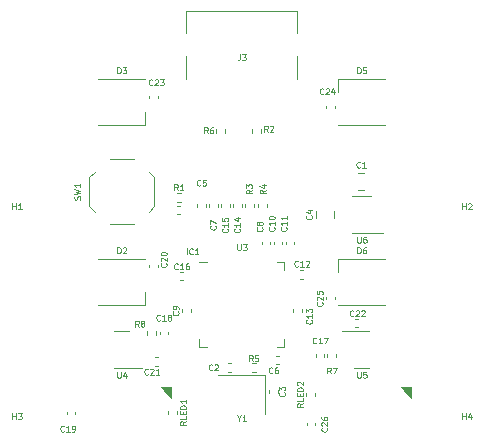
<source format=gbr>
%TF.GenerationSoftware,KiCad,Pcbnew,7.0.1*%
%TF.CreationDate,2023-05-11T20:00:56+01:00*%
%TF.ProjectId,MoonPad,4d6f6f6e-5061-4642-9e6b-696361645f70,rev?*%
%TF.SameCoordinates,Original*%
%TF.FileFunction,Legend,Top*%
%TF.FilePolarity,Positive*%
%FSLAX46Y46*%
G04 Gerber Fmt 4.6, Leading zero omitted, Abs format (unit mm)*
G04 Created by KiCad (PCBNEW 7.0.1) date 2023-05-11 20:00:56*
%MOMM*%
%LPD*%
G01*
G04 APERTURE LIST*
%ADD10C,0.125000*%
%ADD11C,0.120000*%
%ADD12C,0.100000*%
G04 APERTURE END LIST*
D10*
%TO.C,C8*%
X179507690Y-95079333D02*
X179531500Y-95103142D01*
X179531500Y-95103142D02*
X179555309Y-95174571D01*
X179555309Y-95174571D02*
X179555309Y-95222190D01*
X179555309Y-95222190D02*
X179531500Y-95293618D01*
X179531500Y-95293618D02*
X179483880Y-95341237D01*
X179483880Y-95341237D02*
X179436261Y-95365047D01*
X179436261Y-95365047D02*
X179341023Y-95388856D01*
X179341023Y-95388856D02*
X179269595Y-95388856D01*
X179269595Y-95388856D02*
X179174357Y-95365047D01*
X179174357Y-95365047D02*
X179126738Y-95341237D01*
X179126738Y-95341237D02*
X179079119Y-95293618D01*
X179079119Y-95293618D02*
X179055309Y-95222190D01*
X179055309Y-95222190D02*
X179055309Y-95174571D01*
X179055309Y-95174571D02*
X179079119Y-95103142D01*
X179079119Y-95103142D02*
X179102928Y-95079333D01*
X179269595Y-94793618D02*
X179245785Y-94841237D01*
X179245785Y-94841237D02*
X179221976Y-94865047D01*
X179221976Y-94865047D02*
X179174357Y-94888856D01*
X179174357Y-94888856D02*
X179150547Y-94888856D01*
X179150547Y-94888856D02*
X179102928Y-94865047D01*
X179102928Y-94865047D02*
X179079119Y-94841237D01*
X179079119Y-94841237D02*
X179055309Y-94793618D01*
X179055309Y-94793618D02*
X179055309Y-94698380D01*
X179055309Y-94698380D02*
X179079119Y-94650761D01*
X179079119Y-94650761D02*
X179102928Y-94626952D01*
X179102928Y-94626952D02*
X179150547Y-94603142D01*
X179150547Y-94603142D02*
X179174357Y-94603142D01*
X179174357Y-94603142D02*
X179221976Y-94626952D01*
X179221976Y-94626952D02*
X179245785Y-94650761D01*
X179245785Y-94650761D02*
X179269595Y-94698380D01*
X179269595Y-94698380D02*
X179269595Y-94793618D01*
X179269595Y-94793618D02*
X179293404Y-94841237D01*
X179293404Y-94841237D02*
X179317214Y-94865047D01*
X179317214Y-94865047D02*
X179364833Y-94888856D01*
X179364833Y-94888856D02*
X179460071Y-94888856D01*
X179460071Y-94888856D02*
X179507690Y-94865047D01*
X179507690Y-94865047D02*
X179531500Y-94841237D01*
X179531500Y-94841237D02*
X179555309Y-94793618D01*
X179555309Y-94793618D02*
X179555309Y-94698380D01*
X179555309Y-94698380D02*
X179531500Y-94650761D01*
X179531500Y-94650761D02*
X179507690Y-94626952D01*
X179507690Y-94626952D02*
X179460071Y-94603142D01*
X179460071Y-94603142D02*
X179364833Y-94603142D01*
X179364833Y-94603142D02*
X179317214Y-94626952D01*
X179317214Y-94626952D02*
X179293404Y-94650761D01*
X179293404Y-94650761D02*
X179269595Y-94698380D01*
%TO.C,C23*%
X170239571Y-82987690D02*
X170215762Y-83011500D01*
X170215762Y-83011500D02*
X170144333Y-83035309D01*
X170144333Y-83035309D02*
X170096714Y-83035309D01*
X170096714Y-83035309D02*
X170025286Y-83011500D01*
X170025286Y-83011500D02*
X169977667Y-82963880D01*
X169977667Y-82963880D02*
X169953857Y-82916261D01*
X169953857Y-82916261D02*
X169930048Y-82821023D01*
X169930048Y-82821023D02*
X169930048Y-82749595D01*
X169930048Y-82749595D02*
X169953857Y-82654357D01*
X169953857Y-82654357D02*
X169977667Y-82606738D01*
X169977667Y-82606738D02*
X170025286Y-82559119D01*
X170025286Y-82559119D02*
X170096714Y-82535309D01*
X170096714Y-82535309D02*
X170144333Y-82535309D01*
X170144333Y-82535309D02*
X170215762Y-82559119D01*
X170215762Y-82559119D02*
X170239571Y-82582928D01*
X170430048Y-82582928D02*
X170453857Y-82559119D01*
X170453857Y-82559119D02*
X170501476Y-82535309D01*
X170501476Y-82535309D02*
X170620524Y-82535309D01*
X170620524Y-82535309D02*
X170668143Y-82559119D01*
X170668143Y-82559119D02*
X170691952Y-82582928D01*
X170691952Y-82582928D02*
X170715762Y-82630547D01*
X170715762Y-82630547D02*
X170715762Y-82678166D01*
X170715762Y-82678166D02*
X170691952Y-82749595D01*
X170691952Y-82749595D02*
X170406238Y-83035309D01*
X170406238Y-83035309D02*
X170715762Y-83035309D01*
X170882428Y-82535309D02*
X171191952Y-82535309D01*
X171191952Y-82535309D02*
X171025285Y-82725785D01*
X171025285Y-82725785D02*
X171096714Y-82725785D01*
X171096714Y-82725785D02*
X171144333Y-82749595D01*
X171144333Y-82749595D02*
X171168142Y-82773404D01*
X171168142Y-82773404D02*
X171191952Y-82821023D01*
X171191952Y-82821023D02*
X171191952Y-82940071D01*
X171191952Y-82940071D02*
X171168142Y-82987690D01*
X171168142Y-82987690D02*
X171144333Y-83011500D01*
X171144333Y-83011500D02*
X171096714Y-83035309D01*
X171096714Y-83035309D02*
X170953857Y-83035309D01*
X170953857Y-83035309D02*
X170906238Y-83011500D01*
X170906238Y-83011500D02*
X170882428Y-82987690D01*
%TO.C,C9*%
X172395690Y-102191333D02*
X172419500Y-102215142D01*
X172419500Y-102215142D02*
X172443309Y-102286571D01*
X172443309Y-102286571D02*
X172443309Y-102334190D01*
X172443309Y-102334190D02*
X172419500Y-102405618D01*
X172419500Y-102405618D02*
X172371880Y-102453237D01*
X172371880Y-102453237D02*
X172324261Y-102477047D01*
X172324261Y-102477047D02*
X172229023Y-102500856D01*
X172229023Y-102500856D02*
X172157595Y-102500856D01*
X172157595Y-102500856D02*
X172062357Y-102477047D01*
X172062357Y-102477047D02*
X172014738Y-102453237D01*
X172014738Y-102453237D02*
X171967119Y-102405618D01*
X171967119Y-102405618D02*
X171943309Y-102334190D01*
X171943309Y-102334190D02*
X171943309Y-102286571D01*
X171943309Y-102286571D02*
X171967119Y-102215142D01*
X171967119Y-102215142D02*
X171990928Y-102191333D01*
X172443309Y-101953237D02*
X172443309Y-101857999D01*
X172443309Y-101857999D02*
X172419500Y-101810380D01*
X172419500Y-101810380D02*
X172395690Y-101786571D01*
X172395690Y-101786571D02*
X172324261Y-101738952D01*
X172324261Y-101738952D02*
X172229023Y-101715142D01*
X172229023Y-101715142D02*
X172038547Y-101715142D01*
X172038547Y-101715142D02*
X171990928Y-101738952D01*
X171990928Y-101738952D02*
X171967119Y-101762761D01*
X171967119Y-101762761D02*
X171943309Y-101810380D01*
X171943309Y-101810380D02*
X171943309Y-101905618D01*
X171943309Y-101905618D02*
X171967119Y-101953237D01*
X171967119Y-101953237D02*
X171990928Y-101977047D01*
X171990928Y-101977047D02*
X172038547Y-102000856D01*
X172038547Y-102000856D02*
X172157595Y-102000856D01*
X172157595Y-102000856D02*
X172205214Y-101977047D01*
X172205214Y-101977047D02*
X172229023Y-101953237D01*
X172229023Y-101953237D02*
X172252833Y-101905618D01*
X172252833Y-101905618D02*
X172252833Y-101810380D01*
X172252833Y-101810380D02*
X172229023Y-101762761D01*
X172229023Y-101762761D02*
X172205214Y-101738952D01*
X172205214Y-101738952D02*
X172157595Y-101715142D01*
%TO.C,C26*%
X184985690Y-112053428D02*
X185009500Y-112077237D01*
X185009500Y-112077237D02*
X185033309Y-112148666D01*
X185033309Y-112148666D02*
X185033309Y-112196285D01*
X185033309Y-112196285D02*
X185009500Y-112267713D01*
X185009500Y-112267713D02*
X184961880Y-112315332D01*
X184961880Y-112315332D02*
X184914261Y-112339142D01*
X184914261Y-112339142D02*
X184819023Y-112362951D01*
X184819023Y-112362951D02*
X184747595Y-112362951D01*
X184747595Y-112362951D02*
X184652357Y-112339142D01*
X184652357Y-112339142D02*
X184604738Y-112315332D01*
X184604738Y-112315332D02*
X184557119Y-112267713D01*
X184557119Y-112267713D02*
X184533309Y-112196285D01*
X184533309Y-112196285D02*
X184533309Y-112148666D01*
X184533309Y-112148666D02*
X184557119Y-112077237D01*
X184557119Y-112077237D02*
X184580928Y-112053428D01*
X184580928Y-111862951D02*
X184557119Y-111839142D01*
X184557119Y-111839142D02*
X184533309Y-111791523D01*
X184533309Y-111791523D02*
X184533309Y-111672475D01*
X184533309Y-111672475D02*
X184557119Y-111624856D01*
X184557119Y-111624856D02*
X184580928Y-111601047D01*
X184580928Y-111601047D02*
X184628547Y-111577237D01*
X184628547Y-111577237D02*
X184676166Y-111577237D01*
X184676166Y-111577237D02*
X184747595Y-111601047D01*
X184747595Y-111601047D02*
X185033309Y-111886761D01*
X185033309Y-111886761D02*
X185033309Y-111577237D01*
X184533309Y-111148666D02*
X184533309Y-111243904D01*
X184533309Y-111243904D02*
X184557119Y-111291523D01*
X184557119Y-111291523D02*
X184580928Y-111315333D01*
X184580928Y-111315333D02*
X184652357Y-111362952D01*
X184652357Y-111362952D02*
X184747595Y-111386761D01*
X184747595Y-111386761D02*
X184938071Y-111386761D01*
X184938071Y-111386761D02*
X184985690Y-111362952D01*
X184985690Y-111362952D02*
X185009500Y-111339142D01*
X185009500Y-111339142D02*
X185033309Y-111291523D01*
X185033309Y-111291523D02*
X185033309Y-111196285D01*
X185033309Y-111196285D02*
X185009500Y-111148666D01*
X185009500Y-111148666D02*
X184985690Y-111124857D01*
X184985690Y-111124857D02*
X184938071Y-111101047D01*
X184938071Y-111101047D02*
X184819023Y-111101047D01*
X184819023Y-111101047D02*
X184771404Y-111124857D01*
X184771404Y-111124857D02*
X184747595Y-111148666D01*
X184747595Y-111148666D02*
X184723785Y-111196285D01*
X184723785Y-111196285D02*
X184723785Y-111291523D01*
X184723785Y-111291523D02*
X184747595Y-111339142D01*
X184747595Y-111339142D02*
X184771404Y-111362952D01*
X184771404Y-111362952D02*
X184819023Y-111386761D01*
%TO.C,Y1*%
X177561905Y-111245214D02*
X177561905Y-111483309D01*
X177395239Y-110983309D02*
X177561905Y-111245214D01*
X177561905Y-111245214D02*
X177728572Y-110983309D01*
X178157143Y-111483309D02*
X177871429Y-111483309D01*
X178014286Y-111483309D02*
X178014286Y-110983309D01*
X178014286Y-110983309D02*
X177966667Y-111054738D01*
X177966667Y-111054738D02*
X177919048Y-111102357D01*
X177919048Y-111102357D02*
X177871429Y-111126166D01*
%TO.C,C25*%
X184587690Y-101413428D02*
X184611500Y-101437237D01*
X184611500Y-101437237D02*
X184635309Y-101508666D01*
X184635309Y-101508666D02*
X184635309Y-101556285D01*
X184635309Y-101556285D02*
X184611500Y-101627713D01*
X184611500Y-101627713D02*
X184563880Y-101675332D01*
X184563880Y-101675332D02*
X184516261Y-101699142D01*
X184516261Y-101699142D02*
X184421023Y-101722951D01*
X184421023Y-101722951D02*
X184349595Y-101722951D01*
X184349595Y-101722951D02*
X184254357Y-101699142D01*
X184254357Y-101699142D02*
X184206738Y-101675332D01*
X184206738Y-101675332D02*
X184159119Y-101627713D01*
X184159119Y-101627713D02*
X184135309Y-101556285D01*
X184135309Y-101556285D02*
X184135309Y-101508666D01*
X184135309Y-101508666D02*
X184159119Y-101437237D01*
X184159119Y-101437237D02*
X184182928Y-101413428D01*
X184182928Y-101222951D02*
X184159119Y-101199142D01*
X184159119Y-101199142D02*
X184135309Y-101151523D01*
X184135309Y-101151523D02*
X184135309Y-101032475D01*
X184135309Y-101032475D02*
X184159119Y-100984856D01*
X184159119Y-100984856D02*
X184182928Y-100961047D01*
X184182928Y-100961047D02*
X184230547Y-100937237D01*
X184230547Y-100937237D02*
X184278166Y-100937237D01*
X184278166Y-100937237D02*
X184349595Y-100961047D01*
X184349595Y-100961047D02*
X184635309Y-101246761D01*
X184635309Y-101246761D02*
X184635309Y-100937237D01*
X184135309Y-100484857D02*
X184135309Y-100722952D01*
X184135309Y-100722952D02*
X184373404Y-100746761D01*
X184373404Y-100746761D02*
X184349595Y-100722952D01*
X184349595Y-100722952D02*
X184325785Y-100675333D01*
X184325785Y-100675333D02*
X184325785Y-100556285D01*
X184325785Y-100556285D02*
X184349595Y-100508666D01*
X184349595Y-100508666D02*
X184373404Y-100484857D01*
X184373404Y-100484857D02*
X184421023Y-100461047D01*
X184421023Y-100461047D02*
X184540071Y-100461047D01*
X184540071Y-100461047D02*
X184587690Y-100484857D01*
X184587690Y-100484857D02*
X184611500Y-100508666D01*
X184611500Y-100508666D02*
X184635309Y-100556285D01*
X184635309Y-100556285D02*
X184635309Y-100675333D01*
X184635309Y-100675333D02*
X184611500Y-100722952D01*
X184611500Y-100722952D02*
X184587690Y-100746761D01*
%TO.C,C14*%
X177602690Y-95190428D02*
X177626500Y-95214237D01*
X177626500Y-95214237D02*
X177650309Y-95285666D01*
X177650309Y-95285666D02*
X177650309Y-95333285D01*
X177650309Y-95333285D02*
X177626500Y-95404713D01*
X177626500Y-95404713D02*
X177578880Y-95452332D01*
X177578880Y-95452332D02*
X177531261Y-95476142D01*
X177531261Y-95476142D02*
X177436023Y-95499951D01*
X177436023Y-95499951D02*
X177364595Y-95499951D01*
X177364595Y-95499951D02*
X177269357Y-95476142D01*
X177269357Y-95476142D02*
X177221738Y-95452332D01*
X177221738Y-95452332D02*
X177174119Y-95404713D01*
X177174119Y-95404713D02*
X177150309Y-95333285D01*
X177150309Y-95333285D02*
X177150309Y-95285666D01*
X177150309Y-95285666D02*
X177174119Y-95214237D01*
X177174119Y-95214237D02*
X177197928Y-95190428D01*
X177650309Y-94714237D02*
X177650309Y-94999951D01*
X177650309Y-94857094D02*
X177150309Y-94857094D01*
X177150309Y-94857094D02*
X177221738Y-94904713D01*
X177221738Y-94904713D02*
X177269357Y-94952332D01*
X177269357Y-94952332D02*
X177293166Y-94999951D01*
X177316976Y-94285666D02*
X177650309Y-94285666D01*
X177126500Y-94404714D02*
X177483642Y-94523761D01*
X177483642Y-94523761D02*
X177483642Y-94214238D01*
%TO.C,C6*%
X180383666Y-107371690D02*
X180359857Y-107395500D01*
X180359857Y-107395500D02*
X180288428Y-107419309D01*
X180288428Y-107419309D02*
X180240809Y-107419309D01*
X180240809Y-107419309D02*
X180169381Y-107395500D01*
X180169381Y-107395500D02*
X180121762Y-107347880D01*
X180121762Y-107347880D02*
X180097952Y-107300261D01*
X180097952Y-107300261D02*
X180074143Y-107205023D01*
X180074143Y-107205023D02*
X180074143Y-107133595D01*
X180074143Y-107133595D02*
X180097952Y-107038357D01*
X180097952Y-107038357D02*
X180121762Y-106990738D01*
X180121762Y-106990738D02*
X180169381Y-106943119D01*
X180169381Y-106943119D02*
X180240809Y-106919309D01*
X180240809Y-106919309D02*
X180288428Y-106919309D01*
X180288428Y-106919309D02*
X180359857Y-106943119D01*
X180359857Y-106943119D02*
X180383666Y-106966928D01*
X180812238Y-106919309D02*
X180717000Y-106919309D01*
X180717000Y-106919309D02*
X180669381Y-106943119D01*
X180669381Y-106943119D02*
X180645571Y-106966928D01*
X180645571Y-106966928D02*
X180597952Y-107038357D01*
X180597952Y-107038357D02*
X180574143Y-107133595D01*
X180574143Y-107133595D02*
X180574143Y-107324071D01*
X180574143Y-107324071D02*
X180597952Y-107371690D01*
X180597952Y-107371690D02*
X180621762Y-107395500D01*
X180621762Y-107395500D02*
X180669381Y-107419309D01*
X180669381Y-107419309D02*
X180764619Y-107419309D01*
X180764619Y-107419309D02*
X180812238Y-107395500D01*
X180812238Y-107395500D02*
X180836047Y-107371690D01*
X180836047Y-107371690D02*
X180859857Y-107324071D01*
X180859857Y-107324071D02*
X180859857Y-107205023D01*
X180859857Y-107205023D02*
X180836047Y-107157404D01*
X180836047Y-107157404D02*
X180812238Y-107133595D01*
X180812238Y-107133595D02*
X180764619Y-107109785D01*
X180764619Y-107109785D02*
X180669381Y-107109785D01*
X180669381Y-107109785D02*
X180621762Y-107133595D01*
X180621762Y-107133595D02*
X180597952Y-107157404D01*
X180597952Y-107157404D02*
X180574143Y-107205023D01*
%TO.C,R6*%
X174922666Y-87099309D02*
X174756000Y-86861214D01*
X174636952Y-87099309D02*
X174636952Y-86599309D01*
X174636952Y-86599309D02*
X174827428Y-86599309D01*
X174827428Y-86599309D02*
X174875047Y-86623119D01*
X174875047Y-86623119D02*
X174898857Y-86646928D01*
X174898857Y-86646928D02*
X174922666Y-86694547D01*
X174922666Y-86694547D02*
X174922666Y-86765976D01*
X174922666Y-86765976D02*
X174898857Y-86813595D01*
X174898857Y-86813595D02*
X174875047Y-86837404D01*
X174875047Y-86837404D02*
X174827428Y-86861214D01*
X174827428Y-86861214D02*
X174636952Y-86861214D01*
X175351238Y-86599309D02*
X175256000Y-86599309D01*
X175256000Y-86599309D02*
X175208381Y-86623119D01*
X175208381Y-86623119D02*
X175184571Y-86646928D01*
X175184571Y-86646928D02*
X175136952Y-86718357D01*
X175136952Y-86718357D02*
X175113143Y-86813595D01*
X175113143Y-86813595D02*
X175113143Y-87004071D01*
X175113143Y-87004071D02*
X175136952Y-87051690D01*
X175136952Y-87051690D02*
X175160762Y-87075500D01*
X175160762Y-87075500D02*
X175208381Y-87099309D01*
X175208381Y-87099309D02*
X175303619Y-87099309D01*
X175303619Y-87099309D02*
X175351238Y-87075500D01*
X175351238Y-87075500D02*
X175375047Y-87051690D01*
X175375047Y-87051690D02*
X175398857Y-87004071D01*
X175398857Y-87004071D02*
X175398857Y-86885023D01*
X175398857Y-86885023D02*
X175375047Y-86837404D01*
X175375047Y-86837404D02*
X175351238Y-86813595D01*
X175351238Y-86813595D02*
X175303619Y-86789785D01*
X175303619Y-86789785D02*
X175208381Y-86789785D01*
X175208381Y-86789785D02*
X175160762Y-86813595D01*
X175160762Y-86813595D02*
X175136952Y-86837404D01*
X175136952Y-86837404D02*
X175113143Y-86885023D01*
%TO.C,J3*%
X177633333Y-80428309D02*
X177633333Y-80785452D01*
X177633333Y-80785452D02*
X177609524Y-80856880D01*
X177609524Y-80856880D02*
X177561905Y-80904500D01*
X177561905Y-80904500D02*
X177490476Y-80928309D01*
X177490476Y-80928309D02*
X177442857Y-80928309D01*
X177823809Y-80428309D02*
X178133333Y-80428309D01*
X178133333Y-80428309D02*
X177966666Y-80618785D01*
X177966666Y-80618785D02*
X178038095Y-80618785D01*
X178038095Y-80618785D02*
X178085714Y-80642595D01*
X178085714Y-80642595D02*
X178109523Y-80666404D01*
X178109523Y-80666404D02*
X178133333Y-80714023D01*
X178133333Y-80714023D02*
X178133333Y-80833071D01*
X178133333Y-80833071D02*
X178109523Y-80880690D01*
X178109523Y-80880690D02*
X178085714Y-80904500D01*
X178085714Y-80904500D02*
X178038095Y-80928309D01*
X178038095Y-80928309D02*
X177895238Y-80928309D01*
X177895238Y-80928309D02*
X177847619Y-80904500D01*
X177847619Y-80904500D02*
X177823809Y-80880690D01*
%TO.C,H2*%
X196469047Y-93551309D02*
X196469047Y-93051309D01*
X196469047Y-93289404D02*
X196754761Y-93289404D01*
X196754761Y-93551309D02*
X196754761Y-93051309D01*
X196969048Y-93098928D02*
X196992857Y-93075119D01*
X196992857Y-93075119D02*
X197040476Y-93051309D01*
X197040476Y-93051309D02*
X197159524Y-93051309D01*
X197159524Y-93051309D02*
X197207143Y-93075119D01*
X197207143Y-93075119D02*
X197230952Y-93098928D01*
X197230952Y-93098928D02*
X197254762Y-93146547D01*
X197254762Y-93146547D02*
X197254762Y-93194166D01*
X197254762Y-93194166D02*
X197230952Y-93265595D01*
X197230952Y-93265595D02*
X196945238Y-93551309D01*
X196945238Y-93551309D02*
X197254762Y-93551309D01*
%TO.C,U5*%
X187579047Y-107300309D02*
X187579047Y-107705071D01*
X187579047Y-107705071D02*
X187602857Y-107752690D01*
X187602857Y-107752690D02*
X187626666Y-107776500D01*
X187626666Y-107776500D02*
X187674285Y-107800309D01*
X187674285Y-107800309D02*
X187769523Y-107800309D01*
X187769523Y-107800309D02*
X187817142Y-107776500D01*
X187817142Y-107776500D02*
X187840952Y-107752690D01*
X187840952Y-107752690D02*
X187864761Y-107705071D01*
X187864761Y-107705071D02*
X187864761Y-107300309D01*
X188340952Y-107300309D02*
X188102857Y-107300309D01*
X188102857Y-107300309D02*
X188079048Y-107538404D01*
X188079048Y-107538404D02*
X188102857Y-107514595D01*
X188102857Y-107514595D02*
X188150476Y-107490785D01*
X188150476Y-107490785D02*
X188269524Y-107490785D01*
X188269524Y-107490785D02*
X188317143Y-107514595D01*
X188317143Y-107514595D02*
X188340952Y-107538404D01*
X188340952Y-107538404D02*
X188364762Y-107586023D01*
X188364762Y-107586023D02*
X188364762Y-107705071D01*
X188364762Y-107705071D02*
X188340952Y-107752690D01*
X188340952Y-107752690D02*
X188317143Y-107776500D01*
X188317143Y-107776500D02*
X188269524Y-107800309D01*
X188269524Y-107800309D02*
X188150476Y-107800309D01*
X188150476Y-107800309D02*
X188102857Y-107776500D01*
X188102857Y-107776500D02*
X188079048Y-107752690D01*
%TO.C,C10*%
X180523690Y-95063428D02*
X180547500Y-95087237D01*
X180547500Y-95087237D02*
X180571309Y-95158666D01*
X180571309Y-95158666D02*
X180571309Y-95206285D01*
X180571309Y-95206285D02*
X180547500Y-95277713D01*
X180547500Y-95277713D02*
X180499880Y-95325332D01*
X180499880Y-95325332D02*
X180452261Y-95349142D01*
X180452261Y-95349142D02*
X180357023Y-95372951D01*
X180357023Y-95372951D02*
X180285595Y-95372951D01*
X180285595Y-95372951D02*
X180190357Y-95349142D01*
X180190357Y-95349142D02*
X180142738Y-95325332D01*
X180142738Y-95325332D02*
X180095119Y-95277713D01*
X180095119Y-95277713D02*
X180071309Y-95206285D01*
X180071309Y-95206285D02*
X180071309Y-95158666D01*
X180071309Y-95158666D02*
X180095119Y-95087237D01*
X180095119Y-95087237D02*
X180118928Y-95063428D01*
X180571309Y-94587237D02*
X180571309Y-94872951D01*
X180571309Y-94730094D02*
X180071309Y-94730094D01*
X180071309Y-94730094D02*
X180142738Y-94777713D01*
X180142738Y-94777713D02*
X180190357Y-94825332D01*
X180190357Y-94825332D02*
X180214166Y-94872951D01*
X180071309Y-94277714D02*
X180071309Y-94230095D01*
X180071309Y-94230095D02*
X180095119Y-94182476D01*
X180095119Y-94182476D02*
X180118928Y-94158666D01*
X180118928Y-94158666D02*
X180166547Y-94134857D01*
X180166547Y-94134857D02*
X180261785Y-94111047D01*
X180261785Y-94111047D02*
X180380833Y-94111047D01*
X180380833Y-94111047D02*
X180476071Y-94134857D01*
X180476071Y-94134857D02*
X180523690Y-94158666D01*
X180523690Y-94158666D02*
X180547500Y-94182476D01*
X180547500Y-94182476D02*
X180571309Y-94230095D01*
X180571309Y-94230095D02*
X180571309Y-94277714D01*
X180571309Y-94277714D02*
X180547500Y-94325333D01*
X180547500Y-94325333D02*
X180523690Y-94349142D01*
X180523690Y-94349142D02*
X180476071Y-94372952D01*
X180476071Y-94372952D02*
X180380833Y-94396761D01*
X180380833Y-94396761D02*
X180261785Y-94396761D01*
X180261785Y-94396761D02*
X180166547Y-94372952D01*
X180166547Y-94372952D02*
X180118928Y-94349142D01*
X180118928Y-94349142D02*
X180095119Y-94325333D01*
X180095119Y-94325333D02*
X180071309Y-94277714D01*
%TO.C,C11*%
X181539690Y-95063428D02*
X181563500Y-95087237D01*
X181563500Y-95087237D02*
X181587309Y-95158666D01*
X181587309Y-95158666D02*
X181587309Y-95206285D01*
X181587309Y-95206285D02*
X181563500Y-95277713D01*
X181563500Y-95277713D02*
X181515880Y-95325332D01*
X181515880Y-95325332D02*
X181468261Y-95349142D01*
X181468261Y-95349142D02*
X181373023Y-95372951D01*
X181373023Y-95372951D02*
X181301595Y-95372951D01*
X181301595Y-95372951D02*
X181206357Y-95349142D01*
X181206357Y-95349142D02*
X181158738Y-95325332D01*
X181158738Y-95325332D02*
X181111119Y-95277713D01*
X181111119Y-95277713D02*
X181087309Y-95206285D01*
X181087309Y-95206285D02*
X181087309Y-95158666D01*
X181087309Y-95158666D02*
X181111119Y-95087237D01*
X181111119Y-95087237D02*
X181134928Y-95063428D01*
X181587309Y-94587237D02*
X181587309Y-94872951D01*
X181587309Y-94730094D02*
X181087309Y-94730094D01*
X181087309Y-94730094D02*
X181158738Y-94777713D01*
X181158738Y-94777713D02*
X181206357Y-94825332D01*
X181206357Y-94825332D02*
X181230166Y-94872951D01*
X181587309Y-94111047D02*
X181587309Y-94396761D01*
X181587309Y-94253904D02*
X181087309Y-94253904D01*
X181087309Y-94253904D02*
X181158738Y-94301523D01*
X181158738Y-94301523D02*
X181206357Y-94349142D01*
X181206357Y-94349142D02*
X181230166Y-94396761D01*
%TO.C,D3*%
X167270952Y-82019309D02*
X167270952Y-81519309D01*
X167270952Y-81519309D02*
X167390000Y-81519309D01*
X167390000Y-81519309D02*
X167461428Y-81543119D01*
X167461428Y-81543119D02*
X167509047Y-81590738D01*
X167509047Y-81590738D02*
X167532857Y-81638357D01*
X167532857Y-81638357D02*
X167556666Y-81733595D01*
X167556666Y-81733595D02*
X167556666Y-81805023D01*
X167556666Y-81805023D02*
X167532857Y-81900261D01*
X167532857Y-81900261D02*
X167509047Y-81947880D01*
X167509047Y-81947880D02*
X167461428Y-81995500D01*
X167461428Y-81995500D02*
X167390000Y-82019309D01*
X167390000Y-82019309D02*
X167270952Y-82019309D01*
X167723333Y-81519309D02*
X168032857Y-81519309D01*
X168032857Y-81519309D02*
X167866190Y-81709785D01*
X167866190Y-81709785D02*
X167937619Y-81709785D01*
X167937619Y-81709785D02*
X167985238Y-81733595D01*
X167985238Y-81733595D02*
X168009047Y-81757404D01*
X168009047Y-81757404D02*
X168032857Y-81805023D01*
X168032857Y-81805023D02*
X168032857Y-81924071D01*
X168032857Y-81924071D02*
X168009047Y-81971690D01*
X168009047Y-81971690D02*
X167985238Y-81995500D01*
X167985238Y-81995500D02*
X167937619Y-82019309D01*
X167937619Y-82019309D02*
X167794762Y-82019309D01*
X167794762Y-82019309D02*
X167747143Y-81995500D01*
X167747143Y-81995500D02*
X167723333Y-81971690D01*
%TO.C,C17*%
X184107971Y-104857090D02*
X184084162Y-104880900D01*
X184084162Y-104880900D02*
X184012733Y-104904709D01*
X184012733Y-104904709D02*
X183965114Y-104904709D01*
X183965114Y-104904709D02*
X183893686Y-104880900D01*
X183893686Y-104880900D02*
X183846067Y-104833280D01*
X183846067Y-104833280D02*
X183822257Y-104785661D01*
X183822257Y-104785661D02*
X183798448Y-104690423D01*
X183798448Y-104690423D02*
X183798448Y-104618995D01*
X183798448Y-104618995D02*
X183822257Y-104523757D01*
X183822257Y-104523757D02*
X183846067Y-104476138D01*
X183846067Y-104476138D02*
X183893686Y-104428519D01*
X183893686Y-104428519D02*
X183965114Y-104404709D01*
X183965114Y-104404709D02*
X184012733Y-104404709D01*
X184012733Y-104404709D02*
X184084162Y-104428519D01*
X184084162Y-104428519D02*
X184107971Y-104452328D01*
X184584162Y-104904709D02*
X184298448Y-104904709D01*
X184441305Y-104904709D02*
X184441305Y-104404709D01*
X184441305Y-104404709D02*
X184393686Y-104476138D01*
X184393686Y-104476138D02*
X184346067Y-104523757D01*
X184346067Y-104523757D02*
X184298448Y-104547566D01*
X184750828Y-104404709D02*
X185084161Y-104404709D01*
X185084161Y-104404709D02*
X184869876Y-104904709D01*
%TO.C,C2*%
X175303666Y-107117690D02*
X175279857Y-107141500D01*
X175279857Y-107141500D02*
X175208428Y-107165309D01*
X175208428Y-107165309D02*
X175160809Y-107165309D01*
X175160809Y-107165309D02*
X175089381Y-107141500D01*
X175089381Y-107141500D02*
X175041762Y-107093880D01*
X175041762Y-107093880D02*
X175017952Y-107046261D01*
X175017952Y-107046261D02*
X174994143Y-106951023D01*
X174994143Y-106951023D02*
X174994143Y-106879595D01*
X174994143Y-106879595D02*
X175017952Y-106784357D01*
X175017952Y-106784357D02*
X175041762Y-106736738D01*
X175041762Y-106736738D02*
X175089381Y-106689119D01*
X175089381Y-106689119D02*
X175160809Y-106665309D01*
X175160809Y-106665309D02*
X175208428Y-106665309D01*
X175208428Y-106665309D02*
X175279857Y-106689119D01*
X175279857Y-106689119D02*
X175303666Y-106712928D01*
X175494143Y-106712928D02*
X175517952Y-106689119D01*
X175517952Y-106689119D02*
X175565571Y-106665309D01*
X175565571Y-106665309D02*
X175684619Y-106665309D01*
X175684619Y-106665309D02*
X175732238Y-106689119D01*
X175732238Y-106689119D02*
X175756047Y-106712928D01*
X175756047Y-106712928D02*
X175779857Y-106760547D01*
X175779857Y-106760547D02*
X175779857Y-106808166D01*
X175779857Y-106808166D02*
X175756047Y-106879595D01*
X175756047Y-106879595D02*
X175470333Y-107165309D01*
X175470333Y-107165309D02*
X175779857Y-107165309D01*
%TO.C,C19*%
X162746571Y-112324690D02*
X162722762Y-112348500D01*
X162722762Y-112348500D02*
X162651333Y-112372309D01*
X162651333Y-112372309D02*
X162603714Y-112372309D01*
X162603714Y-112372309D02*
X162532286Y-112348500D01*
X162532286Y-112348500D02*
X162484667Y-112300880D01*
X162484667Y-112300880D02*
X162460857Y-112253261D01*
X162460857Y-112253261D02*
X162437048Y-112158023D01*
X162437048Y-112158023D02*
X162437048Y-112086595D01*
X162437048Y-112086595D02*
X162460857Y-111991357D01*
X162460857Y-111991357D02*
X162484667Y-111943738D01*
X162484667Y-111943738D02*
X162532286Y-111896119D01*
X162532286Y-111896119D02*
X162603714Y-111872309D01*
X162603714Y-111872309D02*
X162651333Y-111872309D01*
X162651333Y-111872309D02*
X162722762Y-111896119D01*
X162722762Y-111896119D02*
X162746571Y-111919928D01*
X163222762Y-112372309D02*
X162937048Y-112372309D01*
X163079905Y-112372309D02*
X163079905Y-111872309D01*
X163079905Y-111872309D02*
X163032286Y-111943738D01*
X163032286Y-111943738D02*
X162984667Y-111991357D01*
X162984667Y-111991357D02*
X162937048Y-112015166D01*
X163460857Y-112372309D02*
X163556095Y-112372309D01*
X163556095Y-112372309D02*
X163603714Y-112348500D01*
X163603714Y-112348500D02*
X163627523Y-112324690D01*
X163627523Y-112324690D02*
X163675142Y-112253261D01*
X163675142Y-112253261D02*
X163698952Y-112158023D01*
X163698952Y-112158023D02*
X163698952Y-111967547D01*
X163698952Y-111967547D02*
X163675142Y-111919928D01*
X163675142Y-111919928D02*
X163651333Y-111896119D01*
X163651333Y-111896119D02*
X163603714Y-111872309D01*
X163603714Y-111872309D02*
X163508476Y-111872309D01*
X163508476Y-111872309D02*
X163460857Y-111896119D01*
X163460857Y-111896119D02*
X163437047Y-111919928D01*
X163437047Y-111919928D02*
X163413238Y-111967547D01*
X163413238Y-111967547D02*
X163413238Y-112086595D01*
X163413238Y-112086595D02*
X163437047Y-112134214D01*
X163437047Y-112134214D02*
X163460857Y-112158023D01*
X163460857Y-112158023D02*
X163508476Y-112181833D01*
X163508476Y-112181833D02*
X163603714Y-112181833D01*
X163603714Y-112181833D02*
X163651333Y-112158023D01*
X163651333Y-112158023D02*
X163675142Y-112134214D01*
X163675142Y-112134214D02*
X163698952Y-112086595D01*
%TO.C,IC1*%
X173120905Y-97351755D02*
X173120905Y-96851755D01*
X173644714Y-97304136D02*
X173620905Y-97327946D01*
X173620905Y-97327946D02*
X173549476Y-97351755D01*
X173549476Y-97351755D02*
X173501857Y-97351755D01*
X173501857Y-97351755D02*
X173430429Y-97327946D01*
X173430429Y-97327946D02*
X173382810Y-97280326D01*
X173382810Y-97280326D02*
X173359000Y-97232707D01*
X173359000Y-97232707D02*
X173335191Y-97137469D01*
X173335191Y-97137469D02*
X173335191Y-97066041D01*
X173335191Y-97066041D02*
X173359000Y-96970803D01*
X173359000Y-96970803D02*
X173382810Y-96923184D01*
X173382810Y-96923184D02*
X173430429Y-96875565D01*
X173430429Y-96875565D02*
X173501857Y-96851755D01*
X173501857Y-96851755D02*
X173549476Y-96851755D01*
X173549476Y-96851755D02*
X173620905Y-96875565D01*
X173620905Y-96875565D02*
X173644714Y-96899374D01*
X174120905Y-97351755D02*
X173835191Y-97351755D01*
X173978048Y-97351755D02*
X173978048Y-96851755D01*
X173978048Y-96851755D02*
X173930429Y-96923184D01*
X173930429Y-96923184D02*
X173882810Y-96970803D01*
X173882810Y-96970803D02*
X173835191Y-96994612D01*
%TO.C,R1*%
X172382666Y-91925309D02*
X172216000Y-91687214D01*
X172096952Y-91925309D02*
X172096952Y-91425309D01*
X172096952Y-91425309D02*
X172287428Y-91425309D01*
X172287428Y-91425309D02*
X172335047Y-91449119D01*
X172335047Y-91449119D02*
X172358857Y-91472928D01*
X172358857Y-91472928D02*
X172382666Y-91520547D01*
X172382666Y-91520547D02*
X172382666Y-91591976D01*
X172382666Y-91591976D02*
X172358857Y-91639595D01*
X172358857Y-91639595D02*
X172335047Y-91663404D01*
X172335047Y-91663404D02*
X172287428Y-91687214D01*
X172287428Y-91687214D02*
X172096952Y-91687214D01*
X172858857Y-91925309D02*
X172573143Y-91925309D01*
X172716000Y-91925309D02*
X172716000Y-91425309D01*
X172716000Y-91425309D02*
X172668381Y-91496738D01*
X172668381Y-91496738D02*
X172620762Y-91544357D01*
X172620762Y-91544357D02*
X172573143Y-91568166D01*
%TO.C,H4*%
X196469047Y-111331309D02*
X196469047Y-110831309D01*
X196469047Y-111069404D02*
X196754761Y-111069404D01*
X196754761Y-111331309D02*
X196754761Y-110831309D01*
X197207143Y-110997976D02*
X197207143Y-111331309D01*
X197088095Y-110807500D02*
X196969048Y-111164642D01*
X196969048Y-111164642D02*
X197278571Y-111164642D01*
%TO.C,C12*%
X182558571Y-98354690D02*
X182534762Y-98378500D01*
X182534762Y-98378500D02*
X182463333Y-98402309D01*
X182463333Y-98402309D02*
X182415714Y-98402309D01*
X182415714Y-98402309D02*
X182344286Y-98378500D01*
X182344286Y-98378500D02*
X182296667Y-98330880D01*
X182296667Y-98330880D02*
X182272857Y-98283261D01*
X182272857Y-98283261D02*
X182249048Y-98188023D01*
X182249048Y-98188023D02*
X182249048Y-98116595D01*
X182249048Y-98116595D02*
X182272857Y-98021357D01*
X182272857Y-98021357D02*
X182296667Y-97973738D01*
X182296667Y-97973738D02*
X182344286Y-97926119D01*
X182344286Y-97926119D02*
X182415714Y-97902309D01*
X182415714Y-97902309D02*
X182463333Y-97902309D01*
X182463333Y-97902309D02*
X182534762Y-97926119D01*
X182534762Y-97926119D02*
X182558571Y-97949928D01*
X183034762Y-98402309D02*
X182749048Y-98402309D01*
X182891905Y-98402309D02*
X182891905Y-97902309D01*
X182891905Y-97902309D02*
X182844286Y-97973738D01*
X182844286Y-97973738D02*
X182796667Y-98021357D01*
X182796667Y-98021357D02*
X182749048Y-98045166D01*
X183225238Y-97949928D02*
X183249047Y-97926119D01*
X183249047Y-97926119D02*
X183296666Y-97902309D01*
X183296666Y-97902309D02*
X183415714Y-97902309D01*
X183415714Y-97902309D02*
X183463333Y-97926119D01*
X183463333Y-97926119D02*
X183487142Y-97949928D01*
X183487142Y-97949928D02*
X183510952Y-97997547D01*
X183510952Y-97997547D02*
X183510952Y-98045166D01*
X183510952Y-98045166D02*
X183487142Y-98116595D01*
X183487142Y-98116595D02*
X183201428Y-98402309D01*
X183201428Y-98402309D02*
X183510952Y-98402309D01*
%TO.C,C15*%
X176586690Y-95190428D02*
X176610500Y-95214237D01*
X176610500Y-95214237D02*
X176634309Y-95285666D01*
X176634309Y-95285666D02*
X176634309Y-95333285D01*
X176634309Y-95333285D02*
X176610500Y-95404713D01*
X176610500Y-95404713D02*
X176562880Y-95452332D01*
X176562880Y-95452332D02*
X176515261Y-95476142D01*
X176515261Y-95476142D02*
X176420023Y-95499951D01*
X176420023Y-95499951D02*
X176348595Y-95499951D01*
X176348595Y-95499951D02*
X176253357Y-95476142D01*
X176253357Y-95476142D02*
X176205738Y-95452332D01*
X176205738Y-95452332D02*
X176158119Y-95404713D01*
X176158119Y-95404713D02*
X176134309Y-95333285D01*
X176134309Y-95333285D02*
X176134309Y-95285666D01*
X176134309Y-95285666D02*
X176158119Y-95214237D01*
X176158119Y-95214237D02*
X176181928Y-95190428D01*
X176634309Y-94714237D02*
X176634309Y-94999951D01*
X176634309Y-94857094D02*
X176134309Y-94857094D01*
X176134309Y-94857094D02*
X176205738Y-94904713D01*
X176205738Y-94904713D02*
X176253357Y-94952332D01*
X176253357Y-94952332D02*
X176277166Y-94999951D01*
X176134309Y-94261857D02*
X176134309Y-94499952D01*
X176134309Y-94499952D02*
X176372404Y-94523761D01*
X176372404Y-94523761D02*
X176348595Y-94499952D01*
X176348595Y-94499952D02*
X176324785Y-94452333D01*
X176324785Y-94452333D02*
X176324785Y-94333285D01*
X176324785Y-94333285D02*
X176348595Y-94285666D01*
X176348595Y-94285666D02*
X176372404Y-94261857D01*
X176372404Y-94261857D02*
X176420023Y-94238047D01*
X176420023Y-94238047D02*
X176539071Y-94238047D01*
X176539071Y-94238047D02*
X176586690Y-94261857D01*
X176586690Y-94261857D02*
X176610500Y-94285666D01*
X176610500Y-94285666D02*
X176634309Y-94333285D01*
X176634309Y-94333285D02*
X176634309Y-94452333D01*
X176634309Y-94452333D02*
X176610500Y-94499952D01*
X176610500Y-94499952D02*
X176586690Y-94523761D01*
%TO.C,C20*%
X171379690Y-98111428D02*
X171403500Y-98135237D01*
X171403500Y-98135237D02*
X171427309Y-98206666D01*
X171427309Y-98206666D02*
X171427309Y-98254285D01*
X171427309Y-98254285D02*
X171403500Y-98325713D01*
X171403500Y-98325713D02*
X171355880Y-98373332D01*
X171355880Y-98373332D02*
X171308261Y-98397142D01*
X171308261Y-98397142D02*
X171213023Y-98420951D01*
X171213023Y-98420951D02*
X171141595Y-98420951D01*
X171141595Y-98420951D02*
X171046357Y-98397142D01*
X171046357Y-98397142D02*
X170998738Y-98373332D01*
X170998738Y-98373332D02*
X170951119Y-98325713D01*
X170951119Y-98325713D02*
X170927309Y-98254285D01*
X170927309Y-98254285D02*
X170927309Y-98206666D01*
X170927309Y-98206666D02*
X170951119Y-98135237D01*
X170951119Y-98135237D02*
X170974928Y-98111428D01*
X170974928Y-97920951D02*
X170951119Y-97897142D01*
X170951119Y-97897142D02*
X170927309Y-97849523D01*
X170927309Y-97849523D02*
X170927309Y-97730475D01*
X170927309Y-97730475D02*
X170951119Y-97682856D01*
X170951119Y-97682856D02*
X170974928Y-97659047D01*
X170974928Y-97659047D02*
X171022547Y-97635237D01*
X171022547Y-97635237D02*
X171070166Y-97635237D01*
X171070166Y-97635237D02*
X171141595Y-97659047D01*
X171141595Y-97659047D02*
X171427309Y-97944761D01*
X171427309Y-97944761D02*
X171427309Y-97635237D01*
X170927309Y-97325714D02*
X170927309Y-97278095D01*
X170927309Y-97278095D02*
X170951119Y-97230476D01*
X170951119Y-97230476D02*
X170974928Y-97206666D01*
X170974928Y-97206666D02*
X171022547Y-97182857D01*
X171022547Y-97182857D02*
X171117785Y-97159047D01*
X171117785Y-97159047D02*
X171236833Y-97159047D01*
X171236833Y-97159047D02*
X171332071Y-97182857D01*
X171332071Y-97182857D02*
X171379690Y-97206666D01*
X171379690Y-97206666D02*
X171403500Y-97230476D01*
X171403500Y-97230476D02*
X171427309Y-97278095D01*
X171427309Y-97278095D02*
X171427309Y-97325714D01*
X171427309Y-97325714D02*
X171403500Y-97373333D01*
X171403500Y-97373333D02*
X171379690Y-97397142D01*
X171379690Y-97397142D02*
X171332071Y-97420952D01*
X171332071Y-97420952D02*
X171236833Y-97444761D01*
X171236833Y-97444761D02*
X171117785Y-97444761D01*
X171117785Y-97444761D02*
X171022547Y-97420952D01*
X171022547Y-97420952D02*
X170974928Y-97397142D01*
X170974928Y-97397142D02*
X170951119Y-97373333D01*
X170951119Y-97373333D02*
X170927309Y-97325714D01*
%TO.C,C16*%
X172378571Y-98583690D02*
X172354762Y-98607500D01*
X172354762Y-98607500D02*
X172283333Y-98631309D01*
X172283333Y-98631309D02*
X172235714Y-98631309D01*
X172235714Y-98631309D02*
X172164286Y-98607500D01*
X172164286Y-98607500D02*
X172116667Y-98559880D01*
X172116667Y-98559880D02*
X172092857Y-98512261D01*
X172092857Y-98512261D02*
X172069048Y-98417023D01*
X172069048Y-98417023D02*
X172069048Y-98345595D01*
X172069048Y-98345595D02*
X172092857Y-98250357D01*
X172092857Y-98250357D02*
X172116667Y-98202738D01*
X172116667Y-98202738D02*
X172164286Y-98155119D01*
X172164286Y-98155119D02*
X172235714Y-98131309D01*
X172235714Y-98131309D02*
X172283333Y-98131309D01*
X172283333Y-98131309D02*
X172354762Y-98155119D01*
X172354762Y-98155119D02*
X172378571Y-98178928D01*
X172854762Y-98631309D02*
X172569048Y-98631309D01*
X172711905Y-98631309D02*
X172711905Y-98131309D01*
X172711905Y-98131309D02*
X172664286Y-98202738D01*
X172664286Y-98202738D02*
X172616667Y-98250357D01*
X172616667Y-98250357D02*
X172569048Y-98274166D01*
X173283333Y-98131309D02*
X173188095Y-98131309D01*
X173188095Y-98131309D02*
X173140476Y-98155119D01*
X173140476Y-98155119D02*
X173116666Y-98178928D01*
X173116666Y-98178928D02*
X173069047Y-98250357D01*
X173069047Y-98250357D02*
X173045238Y-98345595D01*
X173045238Y-98345595D02*
X173045238Y-98536071D01*
X173045238Y-98536071D02*
X173069047Y-98583690D01*
X173069047Y-98583690D02*
X173092857Y-98607500D01*
X173092857Y-98607500D02*
X173140476Y-98631309D01*
X173140476Y-98631309D02*
X173235714Y-98631309D01*
X173235714Y-98631309D02*
X173283333Y-98607500D01*
X173283333Y-98607500D02*
X173307142Y-98583690D01*
X173307142Y-98583690D02*
X173330952Y-98536071D01*
X173330952Y-98536071D02*
X173330952Y-98417023D01*
X173330952Y-98417023D02*
X173307142Y-98369404D01*
X173307142Y-98369404D02*
X173283333Y-98345595D01*
X173283333Y-98345595D02*
X173235714Y-98321785D01*
X173235714Y-98321785D02*
X173140476Y-98321785D01*
X173140476Y-98321785D02*
X173092857Y-98345595D01*
X173092857Y-98345595D02*
X173069047Y-98369404D01*
X173069047Y-98369404D02*
X173045238Y-98417023D01*
%TO.C,C22*%
X187257571Y-102545690D02*
X187233762Y-102569500D01*
X187233762Y-102569500D02*
X187162333Y-102593309D01*
X187162333Y-102593309D02*
X187114714Y-102593309D01*
X187114714Y-102593309D02*
X187043286Y-102569500D01*
X187043286Y-102569500D02*
X186995667Y-102521880D01*
X186995667Y-102521880D02*
X186971857Y-102474261D01*
X186971857Y-102474261D02*
X186948048Y-102379023D01*
X186948048Y-102379023D02*
X186948048Y-102307595D01*
X186948048Y-102307595D02*
X186971857Y-102212357D01*
X186971857Y-102212357D02*
X186995667Y-102164738D01*
X186995667Y-102164738D02*
X187043286Y-102117119D01*
X187043286Y-102117119D02*
X187114714Y-102093309D01*
X187114714Y-102093309D02*
X187162333Y-102093309D01*
X187162333Y-102093309D02*
X187233762Y-102117119D01*
X187233762Y-102117119D02*
X187257571Y-102140928D01*
X187448048Y-102140928D02*
X187471857Y-102117119D01*
X187471857Y-102117119D02*
X187519476Y-102093309D01*
X187519476Y-102093309D02*
X187638524Y-102093309D01*
X187638524Y-102093309D02*
X187686143Y-102117119D01*
X187686143Y-102117119D02*
X187709952Y-102140928D01*
X187709952Y-102140928D02*
X187733762Y-102188547D01*
X187733762Y-102188547D02*
X187733762Y-102236166D01*
X187733762Y-102236166D02*
X187709952Y-102307595D01*
X187709952Y-102307595D02*
X187424238Y-102593309D01*
X187424238Y-102593309D02*
X187733762Y-102593309D01*
X187924238Y-102140928D02*
X187948047Y-102117119D01*
X187948047Y-102117119D02*
X187995666Y-102093309D01*
X187995666Y-102093309D02*
X188114714Y-102093309D01*
X188114714Y-102093309D02*
X188162333Y-102117119D01*
X188162333Y-102117119D02*
X188186142Y-102140928D01*
X188186142Y-102140928D02*
X188209952Y-102188547D01*
X188209952Y-102188547D02*
X188209952Y-102236166D01*
X188209952Y-102236166D02*
X188186142Y-102307595D01*
X188186142Y-102307595D02*
X187900428Y-102593309D01*
X187900428Y-102593309D02*
X188209952Y-102593309D01*
%TO.C,RLED1*%
X173078309Y-111505904D02*
X172840214Y-111672570D01*
X173078309Y-111791618D02*
X172578309Y-111791618D01*
X172578309Y-111791618D02*
X172578309Y-111601142D01*
X172578309Y-111601142D02*
X172602119Y-111553523D01*
X172602119Y-111553523D02*
X172625928Y-111529713D01*
X172625928Y-111529713D02*
X172673547Y-111505904D01*
X172673547Y-111505904D02*
X172744976Y-111505904D01*
X172744976Y-111505904D02*
X172792595Y-111529713D01*
X172792595Y-111529713D02*
X172816404Y-111553523D01*
X172816404Y-111553523D02*
X172840214Y-111601142D01*
X172840214Y-111601142D02*
X172840214Y-111791618D01*
X173078309Y-111053523D02*
X173078309Y-111291618D01*
X173078309Y-111291618D02*
X172578309Y-111291618D01*
X172816404Y-110886856D02*
X172816404Y-110720189D01*
X173078309Y-110648761D02*
X173078309Y-110886856D01*
X173078309Y-110886856D02*
X172578309Y-110886856D01*
X172578309Y-110886856D02*
X172578309Y-110648761D01*
X173078309Y-110434475D02*
X172578309Y-110434475D01*
X172578309Y-110434475D02*
X172578309Y-110315427D01*
X172578309Y-110315427D02*
X172602119Y-110243999D01*
X172602119Y-110243999D02*
X172649738Y-110196380D01*
X172649738Y-110196380D02*
X172697357Y-110172570D01*
X172697357Y-110172570D02*
X172792595Y-110148761D01*
X172792595Y-110148761D02*
X172864023Y-110148761D01*
X172864023Y-110148761D02*
X172959261Y-110172570D01*
X172959261Y-110172570D02*
X173006880Y-110196380D01*
X173006880Y-110196380D02*
X173054500Y-110243999D01*
X173054500Y-110243999D02*
X173078309Y-110315427D01*
X173078309Y-110315427D02*
X173078309Y-110434475D01*
X173078309Y-109672570D02*
X173078309Y-109958284D01*
X173078309Y-109815427D02*
X172578309Y-109815427D01*
X172578309Y-109815427D02*
X172649738Y-109863046D01*
X172649738Y-109863046D02*
X172697357Y-109910665D01*
X172697357Y-109910665D02*
X172721166Y-109958284D01*
%TO.C,C3*%
X181412690Y-109049333D02*
X181436500Y-109073142D01*
X181436500Y-109073142D02*
X181460309Y-109144571D01*
X181460309Y-109144571D02*
X181460309Y-109192190D01*
X181460309Y-109192190D02*
X181436500Y-109263618D01*
X181436500Y-109263618D02*
X181388880Y-109311237D01*
X181388880Y-109311237D02*
X181341261Y-109335047D01*
X181341261Y-109335047D02*
X181246023Y-109358856D01*
X181246023Y-109358856D02*
X181174595Y-109358856D01*
X181174595Y-109358856D02*
X181079357Y-109335047D01*
X181079357Y-109335047D02*
X181031738Y-109311237D01*
X181031738Y-109311237D02*
X180984119Y-109263618D01*
X180984119Y-109263618D02*
X180960309Y-109192190D01*
X180960309Y-109192190D02*
X180960309Y-109144571D01*
X180960309Y-109144571D02*
X180984119Y-109073142D01*
X180984119Y-109073142D02*
X181007928Y-109049333D01*
X180960309Y-108882666D02*
X180960309Y-108573142D01*
X180960309Y-108573142D02*
X181150785Y-108739809D01*
X181150785Y-108739809D02*
X181150785Y-108668380D01*
X181150785Y-108668380D02*
X181174595Y-108620761D01*
X181174595Y-108620761D02*
X181198404Y-108596952D01*
X181198404Y-108596952D02*
X181246023Y-108573142D01*
X181246023Y-108573142D02*
X181365071Y-108573142D01*
X181365071Y-108573142D02*
X181412690Y-108596952D01*
X181412690Y-108596952D02*
X181436500Y-108620761D01*
X181436500Y-108620761D02*
X181460309Y-108668380D01*
X181460309Y-108668380D02*
X181460309Y-108811237D01*
X181460309Y-108811237D02*
X181436500Y-108858856D01*
X181436500Y-108858856D02*
X181412690Y-108882666D01*
%TO.C,R8*%
X169080666Y-103482309D02*
X168914000Y-103244214D01*
X168794952Y-103482309D02*
X168794952Y-102982309D01*
X168794952Y-102982309D02*
X168985428Y-102982309D01*
X168985428Y-102982309D02*
X169033047Y-103006119D01*
X169033047Y-103006119D02*
X169056857Y-103029928D01*
X169056857Y-103029928D02*
X169080666Y-103077547D01*
X169080666Y-103077547D02*
X169080666Y-103148976D01*
X169080666Y-103148976D02*
X169056857Y-103196595D01*
X169056857Y-103196595D02*
X169033047Y-103220404D01*
X169033047Y-103220404D02*
X168985428Y-103244214D01*
X168985428Y-103244214D02*
X168794952Y-103244214D01*
X169366381Y-103196595D02*
X169318762Y-103172785D01*
X169318762Y-103172785D02*
X169294952Y-103148976D01*
X169294952Y-103148976D02*
X169271143Y-103101357D01*
X169271143Y-103101357D02*
X169271143Y-103077547D01*
X169271143Y-103077547D02*
X169294952Y-103029928D01*
X169294952Y-103029928D02*
X169318762Y-103006119D01*
X169318762Y-103006119D02*
X169366381Y-102982309D01*
X169366381Y-102982309D02*
X169461619Y-102982309D01*
X169461619Y-102982309D02*
X169509238Y-103006119D01*
X169509238Y-103006119D02*
X169533047Y-103029928D01*
X169533047Y-103029928D02*
X169556857Y-103077547D01*
X169556857Y-103077547D02*
X169556857Y-103101357D01*
X169556857Y-103101357D02*
X169533047Y-103148976D01*
X169533047Y-103148976D02*
X169509238Y-103172785D01*
X169509238Y-103172785D02*
X169461619Y-103196595D01*
X169461619Y-103196595D02*
X169366381Y-103196595D01*
X169366381Y-103196595D02*
X169318762Y-103220404D01*
X169318762Y-103220404D02*
X169294952Y-103244214D01*
X169294952Y-103244214D02*
X169271143Y-103291833D01*
X169271143Y-103291833D02*
X169271143Y-103387071D01*
X169271143Y-103387071D02*
X169294952Y-103434690D01*
X169294952Y-103434690D02*
X169318762Y-103458500D01*
X169318762Y-103458500D02*
X169366381Y-103482309D01*
X169366381Y-103482309D02*
X169461619Y-103482309D01*
X169461619Y-103482309D02*
X169509238Y-103458500D01*
X169509238Y-103458500D02*
X169533047Y-103434690D01*
X169533047Y-103434690D02*
X169556857Y-103387071D01*
X169556857Y-103387071D02*
X169556857Y-103291833D01*
X169556857Y-103291833D02*
X169533047Y-103244214D01*
X169533047Y-103244214D02*
X169509238Y-103220404D01*
X169509238Y-103220404D02*
X169461619Y-103196595D01*
%TO.C,C4*%
X183698690Y-94063333D02*
X183722500Y-94087142D01*
X183722500Y-94087142D02*
X183746309Y-94158571D01*
X183746309Y-94158571D02*
X183746309Y-94206190D01*
X183746309Y-94206190D02*
X183722500Y-94277618D01*
X183722500Y-94277618D02*
X183674880Y-94325237D01*
X183674880Y-94325237D02*
X183627261Y-94349047D01*
X183627261Y-94349047D02*
X183532023Y-94372856D01*
X183532023Y-94372856D02*
X183460595Y-94372856D01*
X183460595Y-94372856D02*
X183365357Y-94349047D01*
X183365357Y-94349047D02*
X183317738Y-94325237D01*
X183317738Y-94325237D02*
X183270119Y-94277618D01*
X183270119Y-94277618D02*
X183246309Y-94206190D01*
X183246309Y-94206190D02*
X183246309Y-94158571D01*
X183246309Y-94158571D02*
X183270119Y-94087142D01*
X183270119Y-94087142D02*
X183293928Y-94063333D01*
X183412976Y-93634761D02*
X183746309Y-93634761D01*
X183222500Y-93753809D02*
X183579642Y-93872856D01*
X183579642Y-93872856D02*
X183579642Y-93563333D01*
%TO.C,C1*%
X187822267Y-89972690D02*
X187798458Y-89996500D01*
X187798458Y-89996500D02*
X187727029Y-90020309D01*
X187727029Y-90020309D02*
X187679410Y-90020309D01*
X187679410Y-90020309D02*
X187607982Y-89996500D01*
X187607982Y-89996500D02*
X187560363Y-89948880D01*
X187560363Y-89948880D02*
X187536553Y-89901261D01*
X187536553Y-89901261D02*
X187512744Y-89806023D01*
X187512744Y-89806023D02*
X187512744Y-89734595D01*
X187512744Y-89734595D02*
X187536553Y-89639357D01*
X187536553Y-89639357D02*
X187560363Y-89591738D01*
X187560363Y-89591738D02*
X187607982Y-89544119D01*
X187607982Y-89544119D02*
X187679410Y-89520309D01*
X187679410Y-89520309D02*
X187727029Y-89520309D01*
X187727029Y-89520309D02*
X187798458Y-89544119D01*
X187798458Y-89544119D02*
X187822267Y-89567928D01*
X188298458Y-90020309D02*
X188012744Y-90020309D01*
X188155601Y-90020309D02*
X188155601Y-89520309D01*
X188155601Y-89520309D02*
X188107982Y-89591738D01*
X188107982Y-89591738D02*
X188060363Y-89639357D01*
X188060363Y-89639357D02*
X188012744Y-89663166D01*
%TO.C,C21*%
X169858571Y-107498690D02*
X169834762Y-107522500D01*
X169834762Y-107522500D02*
X169763333Y-107546309D01*
X169763333Y-107546309D02*
X169715714Y-107546309D01*
X169715714Y-107546309D02*
X169644286Y-107522500D01*
X169644286Y-107522500D02*
X169596667Y-107474880D01*
X169596667Y-107474880D02*
X169572857Y-107427261D01*
X169572857Y-107427261D02*
X169549048Y-107332023D01*
X169549048Y-107332023D02*
X169549048Y-107260595D01*
X169549048Y-107260595D02*
X169572857Y-107165357D01*
X169572857Y-107165357D02*
X169596667Y-107117738D01*
X169596667Y-107117738D02*
X169644286Y-107070119D01*
X169644286Y-107070119D02*
X169715714Y-107046309D01*
X169715714Y-107046309D02*
X169763333Y-107046309D01*
X169763333Y-107046309D02*
X169834762Y-107070119D01*
X169834762Y-107070119D02*
X169858571Y-107093928D01*
X170049048Y-107093928D02*
X170072857Y-107070119D01*
X170072857Y-107070119D02*
X170120476Y-107046309D01*
X170120476Y-107046309D02*
X170239524Y-107046309D01*
X170239524Y-107046309D02*
X170287143Y-107070119D01*
X170287143Y-107070119D02*
X170310952Y-107093928D01*
X170310952Y-107093928D02*
X170334762Y-107141547D01*
X170334762Y-107141547D02*
X170334762Y-107189166D01*
X170334762Y-107189166D02*
X170310952Y-107260595D01*
X170310952Y-107260595D02*
X170025238Y-107546309D01*
X170025238Y-107546309D02*
X170334762Y-107546309D01*
X170810952Y-107546309D02*
X170525238Y-107546309D01*
X170668095Y-107546309D02*
X170668095Y-107046309D01*
X170668095Y-107046309D02*
X170620476Y-107117738D01*
X170620476Y-107117738D02*
X170572857Y-107165357D01*
X170572857Y-107165357D02*
X170525238Y-107189166D01*
%TO.C,C24*%
X184717571Y-83749690D02*
X184693762Y-83773500D01*
X184693762Y-83773500D02*
X184622333Y-83797309D01*
X184622333Y-83797309D02*
X184574714Y-83797309D01*
X184574714Y-83797309D02*
X184503286Y-83773500D01*
X184503286Y-83773500D02*
X184455667Y-83725880D01*
X184455667Y-83725880D02*
X184431857Y-83678261D01*
X184431857Y-83678261D02*
X184408048Y-83583023D01*
X184408048Y-83583023D02*
X184408048Y-83511595D01*
X184408048Y-83511595D02*
X184431857Y-83416357D01*
X184431857Y-83416357D02*
X184455667Y-83368738D01*
X184455667Y-83368738D02*
X184503286Y-83321119D01*
X184503286Y-83321119D02*
X184574714Y-83297309D01*
X184574714Y-83297309D02*
X184622333Y-83297309D01*
X184622333Y-83297309D02*
X184693762Y-83321119D01*
X184693762Y-83321119D02*
X184717571Y-83344928D01*
X184908048Y-83344928D02*
X184931857Y-83321119D01*
X184931857Y-83321119D02*
X184979476Y-83297309D01*
X184979476Y-83297309D02*
X185098524Y-83297309D01*
X185098524Y-83297309D02*
X185146143Y-83321119D01*
X185146143Y-83321119D02*
X185169952Y-83344928D01*
X185169952Y-83344928D02*
X185193762Y-83392547D01*
X185193762Y-83392547D02*
X185193762Y-83440166D01*
X185193762Y-83440166D02*
X185169952Y-83511595D01*
X185169952Y-83511595D02*
X184884238Y-83797309D01*
X184884238Y-83797309D02*
X185193762Y-83797309D01*
X185622333Y-83463976D02*
X185622333Y-83797309D01*
X185503285Y-83273500D02*
X185384238Y-83630642D01*
X185384238Y-83630642D02*
X185693761Y-83630642D01*
%TO.C,D2*%
X167270952Y-97259309D02*
X167270952Y-96759309D01*
X167270952Y-96759309D02*
X167390000Y-96759309D01*
X167390000Y-96759309D02*
X167461428Y-96783119D01*
X167461428Y-96783119D02*
X167509047Y-96830738D01*
X167509047Y-96830738D02*
X167532857Y-96878357D01*
X167532857Y-96878357D02*
X167556666Y-96973595D01*
X167556666Y-96973595D02*
X167556666Y-97045023D01*
X167556666Y-97045023D02*
X167532857Y-97140261D01*
X167532857Y-97140261D02*
X167509047Y-97187880D01*
X167509047Y-97187880D02*
X167461428Y-97235500D01*
X167461428Y-97235500D02*
X167390000Y-97259309D01*
X167390000Y-97259309D02*
X167270952Y-97259309D01*
X167747143Y-96806928D02*
X167770952Y-96783119D01*
X167770952Y-96783119D02*
X167818571Y-96759309D01*
X167818571Y-96759309D02*
X167937619Y-96759309D01*
X167937619Y-96759309D02*
X167985238Y-96783119D01*
X167985238Y-96783119D02*
X168009047Y-96806928D01*
X168009047Y-96806928D02*
X168032857Y-96854547D01*
X168032857Y-96854547D02*
X168032857Y-96902166D01*
X168032857Y-96902166D02*
X168009047Y-96973595D01*
X168009047Y-96973595D02*
X167723333Y-97259309D01*
X167723333Y-97259309D02*
X168032857Y-97259309D01*
%TO.C,C5*%
X174287666Y-91496690D02*
X174263857Y-91520500D01*
X174263857Y-91520500D02*
X174192428Y-91544309D01*
X174192428Y-91544309D02*
X174144809Y-91544309D01*
X174144809Y-91544309D02*
X174073381Y-91520500D01*
X174073381Y-91520500D02*
X174025762Y-91472880D01*
X174025762Y-91472880D02*
X174001952Y-91425261D01*
X174001952Y-91425261D02*
X173978143Y-91330023D01*
X173978143Y-91330023D02*
X173978143Y-91258595D01*
X173978143Y-91258595D02*
X174001952Y-91163357D01*
X174001952Y-91163357D02*
X174025762Y-91115738D01*
X174025762Y-91115738D02*
X174073381Y-91068119D01*
X174073381Y-91068119D02*
X174144809Y-91044309D01*
X174144809Y-91044309D02*
X174192428Y-91044309D01*
X174192428Y-91044309D02*
X174263857Y-91068119D01*
X174263857Y-91068119D02*
X174287666Y-91091928D01*
X174740047Y-91044309D02*
X174501952Y-91044309D01*
X174501952Y-91044309D02*
X174478143Y-91282404D01*
X174478143Y-91282404D02*
X174501952Y-91258595D01*
X174501952Y-91258595D02*
X174549571Y-91234785D01*
X174549571Y-91234785D02*
X174668619Y-91234785D01*
X174668619Y-91234785D02*
X174716238Y-91258595D01*
X174716238Y-91258595D02*
X174740047Y-91282404D01*
X174740047Y-91282404D02*
X174763857Y-91330023D01*
X174763857Y-91330023D02*
X174763857Y-91449071D01*
X174763857Y-91449071D02*
X174740047Y-91496690D01*
X174740047Y-91496690D02*
X174716238Y-91520500D01*
X174716238Y-91520500D02*
X174668619Y-91544309D01*
X174668619Y-91544309D02*
X174549571Y-91544309D01*
X174549571Y-91544309D02*
X174501952Y-91520500D01*
X174501952Y-91520500D02*
X174478143Y-91496690D01*
%TO.C,R4*%
X179809309Y-91904333D02*
X179571214Y-92070999D01*
X179809309Y-92190047D02*
X179309309Y-92190047D01*
X179309309Y-92190047D02*
X179309309Y-91999571D01*
X179309309Y-91999571D02*
X179333119Y-91951952D01*
X179333119Y-91951952D02*
X179356928Y-91928142D01*
X179356928Y-91928142D02*
X179404547Y-91904333D01*
X179404547Y-91904333D02*
X179475976Y-91904333D01*
X179475976Y-91904333D02*
X179523595Y-91928142D01*
X179523595Y-91928142D02*
X179547404Y-91951952D01*
X179547404Y-91951952D02*
X179571214Y-91999571D01*
X179571214Y-91999571D02*
X179571214Y-92190047D01*
X179475976Y-91475761D02*
X179809309Y-91475761D01*
X179285500Y-91594809D02*
X179642642Y-91713856D01*
X179642642Y-91713856D02*
X179642642Y-91404333D01*
%TO.C,H3*%
X158369047Y-111331309D02*
X158369047Y-110831309D01*
X158369047Y-111069404D02*
X158654761Y-111069404D01*
X158654761Y-111331309D02*
X158654761Y-110831309D01*
X158845238Y-110831309D02*
X159154762Y-110831309D01*
X159154762Y-110831309D02*
X158988095Y-111021785D01*
X158988095Y-111021785D02*
X159059524Y-111021785D01*
X159059524Y-111021785D02*
X159107143Y-111045595D01*
X159107143Y-111045595D02*
X159130952Y-111069404D01*
X159130952Y-111069404D02*
X159154762Y-111117023D01*
X159154762Y-111117023D02*
X159154762Y-111236071D01*
X159154762Y-111236071D02*
X159130952Y-111283690D01*
X159130952Y-111283690D02*
X159107143Y-111307500D01*
X159107143Y-111307500D02*
X159059524Y-111331309D01*
X159059524Y-111331309D02*
X158916667Y-111331309D01*
X158916667Y-111331309D02*
X158869048Y-111307500D01*
X158869048Y-111307500D02*
X158845238Y-111283690D01*
%TO.C,D6*%
X187590952Y-97259309D02*
X187590952Y-96759309D01*
X187590952Y-96759309D02*
X187710000Y-96759309D01*
X187710000Y-96759309D02*
X187781428Y-96783119D01*
X187781428Y-96783119D02*
X187829047Y-96830738D01*
X187829047Y-96830738D02*
X187852857Y-96878357D01*
X187852857Y-96878357D02*
X187876666Y-96973595D01*
X187876666Y-96973595D02*
X187876666Y-97045023D01*
X187876666Y-97045023D02*
X187852857Y-97140261D01*
X187852857Y-97140261D02*
X187829047Y-97187880D01*
X187829047Y-97187880D02*
X187781428Y-97235500D01*
X187781428Y-97235500D02*
X187710000Y-97259309D01*
X187710000Y-97259309D02*
X187590952Y-97259309D01*
X188305238Y-96759309D02*
X188210000Y-96759309D01*
X188210000Y-96759309D02*
X188162381Y-96783119D01*
X188162381Y-96783119D02*
X188138571Y-96806928D01*
X188138571Y-96806928D02*
X188090952Y-96878357D01*
X188090952Y-96878357D02*
X188067143Y-96973595D01*
X188067143Y-96973595D02*
X188067143Y-97164071D01*
X188067143Y-97164071D02*
X188090952Y-97211690D01*
X188090952Y-97211690D02*
X188114762Y-97235500D01*
X188114762Y-97235500D02*
X188162381Y-97259309D01*
X188162381Y-97259309D02*
X188257619Y-97259309D01*
X188257619Y-97259309D02*
X188305238Y-97235500D01*
X188305238Y-97235500D02*
X188329047Y-97211690D01*
X188329047Y-97211690D02*
X188352857Y-97164071D01*
X188352857Y-97164071D02*
X188352857Y-97045023D01*
X188352857Y-97045023D02*
X188329047Y-96997404D01*
X188329047Y-96997404D02*
X188305238Y-96973595D01*
X188305238Y-96973595D02*
X188257619Y-96949785D01*
X188257619Y-96949785D02*
X188162381Y-96949785D01*
X188162381Y-96949785D02*
X188114762Y-96973595D01*
X188114762Y-96973595D02*
X188090952Y-96997404D01*
X188090952Y-96997404D02*
X188067143Y-97045023D01*
%TO.C,U3*%
X177419047Y-96511309D02*
X177419047Y-96916071D01*
X177419047Y-96916071D02*
X177442857Y-96963690D01*
X177442857Y-96963690D02*
X177466666Y-96987500D01*
X177466666Y-96987500D02*
X177514285Y-97011309D01*
X177514285Y-97011309D02*
X177609523Y-97011309D01*
X177609523Y-97011309D02*
X177657142Y-96987500D01*
X177657142Y-96987500D02*
X177680952Y-96963690D01*
X177680952Y-96963690D02*
X177704761Y-96916071D01*
X177704761Y-96916071D02*
X177704761Y-96511309D01*
X177895238Y-96511309D02*
X178204762Y-96511309D01*
X178204762Y-96511309D02*
X178038095Y-96701785D01*
X178038095Y-96701785D02*
X178109524Y-96701785D01*
X178109524Y-96701785D02*
X178157143Y-96725595D01*
X178157143Y-96725595D02*
X178180952Y-96749404D01*
X178180952Y-96749404D02*
X178204762Y-96797023D01*
X178204762Y-96797023D02*
X178204762Y-96916071D01*
X178204762Y-96916071D02*
X178180952Y-96963690D01*
X178180952Y-96963690D02*
X178157143Y-96987500D01*
X178157143Y-96987500D02*
X178109524Y-97011309D01*
X178109524Y-97011309D02*
X177966667Y-97011309D01*
X177966667Y-97011309D02*
X177919048Y-96987500D01*
X177919048Y-96987500D02*
X177895238Y-96963690D01*
%TO.C,U6*%
X187579047Y-95870309D02*
X187579047Y-96275071D01*
X187579047Y-96275071D02*
X187602857Y-96322690D01*
X187602857Y-96322690D02*
X187626666Y-96346500D01*
X187626666Y-96346500D02*
X187674285Y-96370309D01*
X187674285Y-96370309D02*
X187769523Y-96370309D01*
X187769523Y-96370309D02*
X187817142Y-96346500D01*
X187817142Y-96346500D02*
X187840952Y-96322690D01*
X187840952Y-96322690D02*
X187864761Y-96275071D01*
X187864761Y-96275071D02*
X187864761Y-95870309D01*
X188317143Y-95870309D02*
X188221905Y-95870309D01*
X188221905Y-95870309D02*
X188174286Y-95894119D01*
X188174286Y-95894119D02*
X188150476Y-95917928D01*
X188150476Y-95917928D02*
X188102857Y-95989357D01*
X188102857Y-95989357D02*
X188079048Y-96084595D01*
X188079048Y-96084595D02*
X188079048Y-96275071D01*
X188079048Y-96275071D02*
X188102857Y-96322690D01*
X188102857Y-96322690D02*
X188126667Y-96346500D01*
X188126667Y-96346500D02*
X188174286Y-96370309D01*
X188174286Y-96370309D02*
X188269524Y-96370309D01*
X188269524Y-96370309D02*
X188317143Y-96346500D01*
X188317143Y-96346500D02*
X188340952Y-96322690D01*
X188340952Y-96322690D02*
X188364762Y-96275071D01*
X188364762Y-96275071D02*
X188364762Y-96156023D01*
X188364762Y-96156023D02*
X188340952Y-96108404D01*
X188340952Y-96108404D02*
X188317143Y-96084595D01*
X188317143Y-96084595D02*
X188269524Y-96060785D01*
X188269524Y-96060785D02*
X188174286Y-96060785D01*
X188174286Y-96060785D02*
X188126667Y-96084595D01*
X188126667Y-96084595D02*
X188102857Y-96108404D01*
X188102857Y-96108404D02*
X188079048Y-96156023D01*
%TO.C,H1*%
X158369047Y-93551309D02*
X158369047Y-93051309D01*
X158369047Y-93289404D02*
X158654761Y-93289404D01*
X158654761Y-93551309D02*
X158654761Y-93051309D01*
X159154762Y-93551309D02*
X158869048Y-93551309D01*
X159011905Y-93551309D02*
X159011905Y-93051309D01*
X159011905Y-93051309D02*
X158964286Y-93122738D01*
X158964286Y-93122738D02*
X158916667Y-93170357D01*
X158916667Y-93170357D02*
X158869048Y-93194166D01*
%TO.C,D5*%
X187590952Y-82019309D02*
X187590952Y-81519309D01*
X187590952Y-81519309D02*
X187710000Y-81519309D01*
X187710000Y-81519309D02*
X187781428Y-81543119D01*
X187781428Y-81543119D02*
X187829047Y-81590738D01*
X187829047Y-81590738D02*
X187852857Y-81638357D01*
X187852857Y-81638357D02*
X187876666Y-81733595D01*
X187876666Y-81733595D02*
X187876666Y-81805023D01*
X187876666Y-81805023D02*
X187852857Y-81900261D01*
X187852857Y-81900261D02*
X187829047Y-81947880D01*
X187829047Y-81947880D02*
X187781428Y-81995500D01*
X187781428Y-81995500D02*
X187710000Y-82019309D01*
X187710000Y-82019309D02*
X187590952Y-82019309D01*
X188329047Y-81519309D02*
X188090952Y-81519309D01*
X188090952Y-81519309D02*
X188067143Y-81757404D01*
X188067143Y-81757404D02*
X188090952Y-81733595D01*
X188090952Y-81733595D02*
X188138571Y-81709785D01*
X188138571Y-81709785D02*
X188257619Y-81709785D01*
X188257619Y-81709785D02*
X188305238Y-81733595D01*
X188305238Y-81733595D02*
X188329047Y-81757404D01*
X188329047Y-81757404D02*
X188352857Y-81805023D01*
X188352857Y-81805023D02*
X188352857Y-81924071D01*
X188352857Y-81924071D02*
X188329047Y-81971690D01*
X188329047Y-81971690D02*
X188305238Y-81995500D01*
X188305238Y-81995500D02*
X188257619Y-82019309D01*
X188257619Y-82019309D02*
X188138571Y-82019309D01*
X188138571Y-82019309D02*
X188090952Y-81995500D01*
X188090952Y-81995500D02*
X188067143Y-81971690D01*
%TO.C,C7*%
X175570690Y-94952333D02*
X175594500Y-94976142D01*
X175594500Y-94976142D02*
X175618309Y-95047571D01*
X175618309Y-95047571D02*
X175618309Y-95095190D01*
X175618309Y-95095190D02*
X175594500Y-95166618D01*
X175594500Y-95166618D02*
X175546880Y-95214237D01*
X175546880Y-95214237D02*
X175499261Y-95238047D01*
X175499261Y-95238047D02*
X175404023Y-95261856D01*
X175404023Y-95261856D02*
X175332595Y-95261856D01*
X175332595Y-95261856D02*
X175237357Y-95238047D01*
X175237357Y-95238047D02*
X175189738Y-95214237D01*
X175189738Y-95214237D02*
X175142119Y-95166618D01*
X175142119Y-95166618D02*
X175118309Y-95095190D01*
X175118309Y-95095190D02*
X175118309Y-95047571D01*
X175118309Y-95047571D02*
X175142119Y-94976142D01*
X175142119Y-94976142D02*
X175165928Y-94952333D01*
X175118309Y-94785666D02*
X175118309Y-94452333D01*
X175118309Y-94452333D02*
X175618309Y-94666618D01*
%TO.C,SW1*%
X164097500Y-92716665D02*
X164121309Y-92645237D01*
X164121309Y-92645237D02*
X164121309Y-92526189D01*
X164121309Y-92526189D02*
X164097500Y-92478570D01*
X164097500Y-92478570D02*
X164073690Y-92454761D01*
X164073690Y-92454761D02*
X164026071Y-92430951D01*
X164026071Y-92430951D02*
X163978452Y-92430951D01*
X163978452Y-92430951D02*
X163930833Y-92454761D01*
X163930833Y-92454761D02*
X163907023Y-92478570D01*
X163907023Y-92478570D02*
X163883214Y-92526189D01*
X163883214Y-92526189D02*
X163859404Y-92621427D01*
X163859404Y-92621427D02*
X163835595Y-92669046D01*
X163835595Y-92669046D02*
X163811785Y-92692856D01*
X163811785Y-92692856D02*
X163764166Y-92716665D01*
X163764166Y-92716665D02*
X163716547Y-92716665D01*
X163716547Y-92716665D02*
X163668928Y-92692856D01*
X163668928Y-92692856D02*
X163645119Y-92669046D01*
X163645119Y-92669046D02*
X163621309Y-92621427D01*
X163621309Y-92621427D02*
X163621309Y-92502380D01*
X163621309Y-92502380D02*
X163645119Y-92430951D01*
X163621309Y-92264285D02*
X164121309Y-92145237D01*
X164121309Y-92145237D02*
X163764166Y-92049999D01*
X163764166Y-92049999D02*
X164121309Y-91954761D01*
X164121309Y-91954761D02*
X163621309Y-91835714D01*
X164121309Y-91383332D02*
X164121309Y-91669046D01*
X164121309Y-91526189D02*
X163621309Y-91526189D01*
X163621309Y-91526189D02*
X163692738Y-91573808D01*
X163692738Y-91573808D02*
X163740357Y-91621427D01*
X163740357Y-91621427D02*
X163764166Y-91669046D01*
%TO.C,R3*%
X178666309Y-91904333D02*
X178428214Y-92070999D01*
X178666309Y-92190047D02*
X178166309Y-92190047D01*
X178166309Y-92190047D02*
X178166309Y-91999571D01*
X178166309Y-91999571D02*
X178190119Y-91951952D01*
X178190119Y-91951952D02*
X178213928Y-91928142D01*
X178213928Y-91928142D02*
X178261547Y-91904333D01*
X178261547Y-91904333D02*
X178332976Y-91904333D01*
X178332976Y-91904333D02*
X178380595Y-91928142D01*
X178380595Y-91928142D02*
X178404404Y-91951952D01*
X178404404Y-91951952D02*
X178428214Y-91999571D01*
X178428214Y-91999571D02*
X178428214Y-92190047D01*
X178166309Y-91737666D02*
X178166309Y-91428142D01*
X178166309Y-91428142D02*
X178356785Y-91594809D01*
X178356785Y-91594809D02*
X178356785Y-91523380D01*
X178356785Y-91523380D02*
X178380595Y-91475761D01*
X178380595Y-91475761D02*
X178404404Y-91451952D01*
X178404404Y-91451952D02*
X178452023Y-91428142D01*
X178452023Y-91428142D02*
X178571071Y-91428142D01*
X178571071Y-91428142D02*
X178618690Y-91451952D01*
X178618690Y-91451952D02*
X178642500Y-91475761D01*
X178642500Y-91475761D02*
X178666309Y-91523380D01*
X178666309Y-91523380D02*
X178666309Y-91666237D01*
X178666309Y-91666237D02*
X178642500Y-91713856D01*
X178642500Y-91713856D02*
X178618690Y-91737666D01*
%TO.C,RLED2*%
X182984309Y-109981904D02*
X182746214Y-110148570D01*
X182984309Y-110267618D02*
X182484309Y-110267618D01*
X182484309Y-110267618D02*
X182484309Y-110077142D01*
X182484309Y-110077142D02*
X182508119Y-110029523D01*
X182508119Y-110029523D02*
X182531928Y-110005713D01*
X182531928Y-110005713D02*
X182579547Y-109981904D01*
X182579547Y-109981904D02*
X182650976Y-109981904D01*
X182650976Y-109981904D02*
X182698595Y-110005713D01*
X182698595Y-110005713D02*
X182722404Y-110029523D01*
X182722404Y-110029523D02*
X182746214Y-110077142D01*
X182746214Y-110077142D02*
X182746214Y-110267618D01*
X182984309Y-109529523D02*
X182984309Y-109767618D01*
X182984309Y-109767618D02*
X182484309Y-109767618D01*
X182722404Y-109362856D02*
X182722404Y-109196189D01*
X182984309Y-109124761D02*
X182984309Y-109362856D01*
X182984309Y-109362856D02*
X182484309Y-109362856D01*
X182484309Y-109362856D02*
X182484309Y-109124761D01*
X182984309Y-108910475D02*
X182484309Y-108910475D01*
X182484309Y-108910475D02*
X182484309Y-108791427D01*
X182484309Y-108791427D02*
X182508119Y-108719999D01*
X182508119Y-108719999D02*
X182555738Y-108672380D01*
X182555738Y-108672380D02*
X182603357Y-108648570D01*
X182603357Y-108648570D02*
X182698595Y-108624761D01*
X182698595Y-108624761D02*
X182770023Y-108624761D01*
X182770023Y-108624761D02*
X182865261Y-108648570D01*
X182865261Y-108648570D02*
X182912880Y-108672380D01*
X182912880Y-108672380D02*
X182960500Y-108719999D01*
X182960500Y-108719999D02*
X182984309Y-108791427D01*
X182984309Y-108791427D02*
X182984309Y-108910475D01*
X182531928Y-108434284D02*
X182508119Y-108410475D01*
X182508119Y-108410475D02*
X182484309Y-108362856D01*
X182484309Y-108362856D02*
X182484309Y-108243808D01*
X182484309Y-108243808D02*
X182508119Y-108196189D01*
X182508119Y-108196189D02*
X182531928Y-108172380D01*
X182531928Y-108172380D02*
X182579547Y-108148570D01*
X182579547Y-108148570D02*
X182627166Y-108148570D01*
X182627166Y-108148570D02*
X182698595Y-108172380D01*
X182698595Y-108172380D02*
X182984309Y-108458094D01*
X182984309Y-108458094D02*
X182984309Y-108148570D01*
%TO.C,C13*%
X183698690Y-102921428D02*
X183722500Y-102945237D01*
X183722500Y-102945237D02*
X183746309Y-103016666D01*
X183746309Y-103016666D02*
X183746309Y-103064285D01*
X183746309Y-103064285D02*
X183722500Y-103135713D01*
X183722500Y-103135713D02*
X183674880Y-103183332D01*
X183674880Y-103183332D02*
X183627261Y-103207142D01*
X183627261Y-103207142D02*
X183532023Y-103230951D01*
X183532023Y-103230951D02*
X183460595Y-103230951D01*
X183460595Y-103230951D02*
X183365357Y-103207142D01*
X183365357Y-103207142D02*
X183317738Y-103183332D01*
X183317738Y-103183332D02*
X183270119Y-103135713D01*
X183270119Y-103135713D02*
X183246309Y-103064285D01*
X183246309Y-103064285D02*
X183246309Y-103016666D01*
X183246309Y-103016666D02*
X183270119Y-102945237D01*
X183270119Y-102945237D02*
X183293928Y-102921428D01*
X183746309Y-102445237D02*
X183746309Y-102730951D01*
X183746309Y-102588094D02*
X183246309Y-102588094D01*
X183246309Y-102588094D02*
X183317738Y-102635713D01*
X183317738Y-102635713D02*
X183365357Y-102683332D01*
X183365357Y-102683332D02*
X183389166Y-102730951D01*
X183246309Y-102278571D02*
X183246309Y-101969047D01*
X183246309Y-101969047D02*
X183436785Y-102135714D01*
X183436785Y-102135714D02*
X183436785Y-102064285D01*
X183436785Y-102064285D02*
X183460595Y-102016666D01*
X183460595Y-102016666D02*
X183484404Y-101992857D01*
X183484404Y-101992857D02*
X183532023Y-101969047D01*
X183532023Y-101969047D02*
X183651071Y-101969047D01*
X183651071Y-101969047D02*
X183698690Y-101992857D01*
X183698690Y-101992857D02*
X183722500Y-102016666D01*
X183722500Y-102016666D02*
X183746309Y-102064285D01*
X183746309Y-102064285D02*
X183746309Y-102207142D01*
X183746309Y-102207142D02*
X183722500Y-102254761D01*
X183722500Y-102254761D02*
X183698690Y-102278571D01*
%TO.C,R7*%
X185336666Y-107442709D02*
X185170000Y-107204614D01*
X185050952Y-107442709D02*
X185050952Y-106942709D01*
X185050952Y-106942709D02*
X185241428Y-106942709D01*
X185241428Y-106942709D02*
X185289047Y-106966519D01*
X185289047Y-106966519D02*
X185312857Y-106990328D01*
X185312857Y-106990328D02*
X185336666Y-107037947D01*
X185336666Y-107037947D02*
X185336666Y-107109376D01*
X185336666Y-107109376D02*
X185312857Y-107156995D01*
X185312857Y-107156995D02*
X185289047Y-107180804D01*
X185289047Y-107180804D02*
X185241428Y-107204614D01*
X185241428Y-107204614D02*
X185050952Y-107204614D01*
X185503333Y-106942709D02*
X185836666Y-106942709D01*
X185836666Y-106942709D02*
X185622381Y-107442709D01*
%TO.C,R5*%
X178732666Y-106403309D02*
X178566000Y-106165214D01*
X178446952Y-106403309D02*
X178446952Y-105903309D01*
X178446952Y-105903309D02*
X178637428Y-105903309D01*
X178637428Y-105903309D02*
X178685047Y-105927119D01*
X178685047Y-105927119D02*
X178708857Y-105950928D01*
X178708857Y-105950928D02*
X178732666Y-105998547D01*
X178732666Y-105998547D02*
X178732666Y-106069976D01*
X178732666Y-106069976D02*
X178708857Y-106117595D01*
X178708857Y-106117595D02*
X178685047Y-106141404D01*
X178685047Y-106141404D02*
X178637428Y-106165214D01*
X178637428Y-106165214D02*
X178446952Y-106165214D01*
X179185047Y-105903309D02*
X178946952Y-105903309D01*
X178946952Y-105903309D02*
X178923143Y-106141404D01*
X178923143Y-106141404D02*
X178946952Y-106117595D01*
X178946952Y-106117595D02*
X178994571Y-106093785D01*
X178994571Y-106093785D02*
X179113619Y-106093785D01*
X179113619Y-106093785D02*
X179161238Y-106117595D01*
X179161238Y-106117595D02*
X179185047Y-106141404D01*
X179185047Y-106141404D02*
X179208857Y-106189023D01*
X179208857Y-106189023D02*
X179208857Y-106308071D01*
X179208857Y-106308071D02*
X179185047Y-106355690D01*
X179185047Y-106355690D02*
X179161238Y-106379500D01*
X179161238Y-106379500D02*
X179113619Y-106403309D01*
X179113619Y-106403309D02*
X178994571Y-106403309D01*
X178994571Y-106403309D02*
X178946952Y-106379500D01*
X178946952Y-106379500D02*
X178923143Y-106355690D01*
%TO.C,R2*%
X180002666Y-86972309D02*
X179836000Y-86734214D01*
X179716952Y-86972309D02*
X179716952Y-86472309D01*
X179716952Y-86472309D02*
X179907428Y-86472309D01*
X179907428Y-86472309D02*
X179955047Y-86496119D01*
X179955047Y-86496119D02*
X179978857Y-86519928D01*
X179978857Y-86519928D02*
X180002666Y-86567547D01*
X180002666Y-86567547D02*
X180002666Y-86638976D01*
X180002666Y-86638976D02*
X179978857Y-86686595D01*
X179978857Y-86686595D02*
X179955047Y-86710404D01*
X179955047Y-86710404D02*
X179907428Y-86734214D01*
X179907428Y-86734214D02*
X179716952Y-86734214D01*
X180193143Y-86519928D02*
X180216952Y-86496119D01*
X180216952Y-86496119D02*
X180264571Y-86472309D01*
X180264571Y-86472309D02*
X180383619Y-86472309D01*
X180383619Y-86472309D02*
X180431238Y-86496119D01*
X180431238Y-86496119D02*
X180455047Y-86519928D01*
X180455047Y-86519928D02*
X180478857Y-86567547D01*
X180478857Y-86567547D02*
X180478857Y-86615166D01*
X180478857Y-86615166D02*
X180455047Y-86686595D01*
X180455047Y-86686595D02*
X180169333Y-86972309D01*
X180169333Y-86972309D02*
X180478857Y-86972309D01*
%TO.C,C18*%
X170874571Y-102926690D02*
X170850762Y-102950500D01*
X170850762Y-102950500D02*
X170779333Y-102974309D01*
X170779333Y-102974309D02*
X170731714Y-102974309D01*
X170731714Y-102974309D02*
X170660286Y-102950500D01*
X170660286Y-102950500D02*
X170612667Y-102902880D01*
X170612667Y-102902880D02*
X170588857Y-102855261D01*
X170588857Y-102855261D02*
X170565048Y-102760023D01*
X170565048Y-102760023D02*
X170565048Y-102688595D01*
X170565048Y-102688595D02*
X170588857Y-102593357D01*
X170588857Y-102593357D02*
X170612667Y-102545738D01*
X170612667Y-102545738D02*
X170660286Y-102498119D01*
X170660286Y-102498119D02*
X170731714Y-102474309D01*
X170731714Y-102474309D02*
X170779333Y-102474309D01*
X170779333Y-102474309D02*
X170850762Y-102498119D01*
X170850762Y-102498119D02*
X170874571Y-102521928D01*
X171350762Y-102974309D02*
X171065048Y-102974309D01*
X171207905Y-102974309D02*
X171207905Y-102474309D01*
X171207905Y-102474309D02*
X171160286Y-102545738D01*
X171160286Y-102545738D02*
X171112667Y-102593357D01*
X171112667Y-102593357D02*
X171065048Y-102617166D01*
X171636476Y-102688595D02*
X171588857Y-102664785D01*
X171588857Y-102664785D02*
X171565047Y-102640976D01*
X171565047Y-102640976D02*
X171541238Y-102593357D01*
X171541238Y-102593357D02*
X171541238Y-102569547D01*
X171541238Y-102569547D02*
X171565047Y-102521928D01*
X171565047Y-102521928D02*
X171588857Y-102498119D01*
X171588857Y-102498119D02*
X171636476Y-102474309D01*
X171636476Y-102474309D02*
X171731714Y-102474309D01*
X171731714Y-102474309D02*
X171779333Y-102498119D01*
X171779333Y-102498119D02*
X171803142Y-102521928D01*
X171803142Y-102521928D02*
X171826952Y-102569547D01*
X171826952Y-102569547D02*
X171826952Y-102593357D01*
X171826952Y-102593357D02*
X171803142Y-102640976D01*
X171803142Y-102640976D02*
X171779333Y-102664785D01*
X171779333Y-102664785D02*
X171731714Y-102688595D01*
X171731714Y-102688595D02*
X171636476Y-102688595D01*
X171636476Y-102688595D02*
X171588857Y-102712404D01*
X171588857Y-102712404D02*
X171565047Y-102736214D01*
X171565047Y-102736214D02*
X171541238Y-102783833D01*
X171541238Y-102783833D02*
X171541238Y-102879071D01*
X171541238Y-102879071D02*
X171565047Y-102926690D01*
X171565047Y-102926690D02*
X171588857Y-102950500D01*
X171588857Y-102950500D02*
X171636476Y-102974309D01*
X171636476Y-102974309D02*
X171731714Y-102974309D01*
X171731714Y-102974309D02*
X171779333Y-102950500D01*
X171779333Y-102950500D02*
X171803142Y-102926690D01*
X171803142Y-102926690D02*
X171826952Y-102879071D01*
X171826952Y-102879071D02*
X171826952Y-102783833D01*
X171826952Y-102783833D02*
X171803142Y-102736214D01*
X171803142Y-102736214D02*
X171779333Y-102712404D01*
X171779333Y-102712404D02*
X171731714Y-102688595D01*
%TO.C,U4*%
X167259047Y-107300309D02*
X167259047Y-107705071D01*
X167259047Y-107705071D02*
X167282857Y-107752690D01*
X167282857Y-107752690D02*
X167306666Y-107776500D01*
X167306666Y-107776500D02*
X167354285Y-107800309D01*
X167354285Y-107800309D02*
X167449523Y-107800309D01*
X167449523Y-107800309D02*
X167497142Y-107776500D01*
X167497142Y-107776500D02*
X167520952Y-107752690D01*
X167520952Y-107752690D02*
X167544761Y-107705071D01*
X167544761Y-107705071D02*
X167544761Y-107300309D01*
X167997143Y-107466976D02*
X167997143Y-107800309D01*
X167878095Y-107276500D02*
X167759048Y-107633642D01*
X167759048Y-107633642D02*
X168068571Y-107633642D01*
D11*
%TO.C,C8*%
X179472000Y-96500836D02*
X179472000Y-96285164D01*
X180192000Y-96500836D02*
X180192000Y-96285164D01*
%TO.C,C23*%
X170667000Y-83938164D02*
X170667000Y-84153836D01*
X169947000Y-83938164D02*
X169947000Y-84153836D01*
%TO.C,C9*%
X172741000Y-102215836D02*
X172741000Y-102000164D01*
X173461000Y-102215836D02*
X173461000Y-102000164D01*
%TO.C,C26*%
X184002000Y-111624164D02*
X184002000Y-111839836D01*
X183282000Y-111624164D02*
X183282000Y-111839836D01*
%TO.C,Y1*%
X179800000Y-110870000D02*
X179800000Y-107570000D01*
X179800000Y-107570000D02*
X175800000Y-107570000D01*
%TO.C,C25*%
X185653000Y-100956164D02*
X185653000Y-101171836D01*
X184933000Y-100956164D02*
X184933000Y-101171836D01*
%TO.C,C14*%
X177059000Y-93325836D02*
X177059000Y-93110164D01*
X177779000Y-93325836D02*
X177779000Y-93110164D01*
%TO.C,C6*%
X180740164Y-105939000D02*
X180955836Y-105939000D01*
X180740164Y-106659000D02*
X180955836Y-106659000D01*
%TO.C,R6*%
X175642000Y-87073641D02*
X175642000Y-86766359D01*
X176402000Y-87073641D02*
X176402000Y-86766359D01*
%TO.C,J3*%
X182500000Y-82545000D02*
X182500000Y-80545000D01*
X182500000Y-78645000D02*
X182500000Y-76745000D01*
X182500000Y-76745000D02*
X173100000Y-76745000D01*
X173100000Y-82545000D02*
X173100000Y-80545000D01*
X173100000Y-78645000D02*
X173100000Y-76745000D01*
%TO.C,U5*%
X187960000Y-103850000D02*
X186285000Y-103850000D01*
X187960000Y-103850000D02*
X188610000Y-103850000D01*
X187960000Y-106970000D02*
X187310000Y-106970000D01*
X187960000Y-106970000D02*
X188610000Y-106970000D01*
%TO.C,C10*%
X180488000Y-96500836D02*
X180488000Y-96285164D01*
X181208000Y-96500836D02*
X181208000Y-96285164D01*
%TO.C,C11*%
X181504000Y-96500836D02*
X181504000Y-96285164D01*
X182224000Y-96500836D02*
X182224000Y-96285164D01*
%TO.C,D3*%
X165640000Y-82505000D02*
X169640000Y-82505000D01*
X165640000Y-86405000D02*
X169640000Y-86392500D01*
X169640000Y-86392500D02*
X169640000Y-85317500D01*
%TO.C,C17*%
X184764000Y-105810164D02*
X184764000Y-106025836D01*
X184044000Y-105810164D02*
X184044000Y-106025836D01*
%TO.C,C2*%
X176891836Y-107294000D02*
X176676164Y-107294000D01*
X176891836Y-106574000D02*
X176676164Y-106574000D01*
%TO.C,C19*%
X162962000Y-110879836D02*
X162962000Y-110664164D01*
X163682000Y-110879836D02*
X163682000Y-110664164D01*
%TO.C,R1*%
X172619641Y-92963000D02*
X172312359Y-92963000D01*
X172619641Y-92203000D02*
X172312359Y-92203000D01*
%TO.C,C12*%
X182772164Y-98700000D02*
X182987836Y-98700000D01*
X182772164Y-99420000D02*
X182987836Y-99420000D01*
%TO.C,C15*%
X176043000Y-93325836D02*
X176043000Y-93110164D01*
X176763000Y-93325836D02*
X176763000Y-93110164D01*
%TO.C,C20*%
X169947000Y-98433836D02*
X169947000Y-98218164D01*
X170667000Y-98433836D02*
X170667000Y-98218164D01*
%TO.C,C16*%
X172827836Y-99547000D02*
X172612164Y-99547000D01*
X172827836Y-98827000D02*
X172612164Y-98827000D01*
%TO.C,C22*%
X187394964Y-102814800D02*
X187610636Y-102814800D01*
X187394964Y-103534800D02*
X187610636Y-103534800D01*
%TO.C,RLED1*%
X171578000Y-110895641D02*
X171578000Y-110588359D01*
X172338000Y-110895641D02*
X172338000Y-110588359D01*
%TO.C,C3*%
X180827000Y-108858164D02*
X180827000Y-109073836D01*
X180107000Y-108858164D02*
X180107000Y-109073836D01*
%TO.C,R8*%
X169800000Y-104164641D02*
X169800000Y-103857359D01*
X170560000Y-104164641D02*
X170560000Y-103857359D01*
%TO.C,C4*%
X184122602Y-94241249D02*
X184122602Y-93718745D01*
X185592602Y-94241249D02*
X185592602Y-93718745D01*
%TO.C,C1*%
X188166853Y-91920999D02*
X187644349Y-91920999D01*
X188166853Y-90450999D02*
X187644349Y-90450999D01*
%TO.C,C21*%
X170453164Y-106066000D02*
X170668836Y-106066000D01*
X170453164Y-106786000D02*
X170668836Y-106786000D01*
%TO.C,C24*%
X184933000Y-84971836D02*
X184933000Y-84756164D01*
X185653000Y-84971836D02*
X185653000Y-84756164D01*
%TO.C,R9*%
X172358164Y-93239000D02*
X172573836Y-93239000D01*
X172358164Y-93959000D02*
X172573836Y-93959000D01*
%TO.C,D2*%
X165640000Y-97745000D02*
X169640000Y-97745000D01*
X165640000Y-101645000D02*
X169640000Y-101632500D01*
X169640000Y-101632500D02*
X169640000Y-100557500D01*
%TO.C,C5*%
X174011000Y-93325836D02*
X174011000Y-93110164D01*
X174731000Y-93325836D02*
X174731000Y-93110164D01*
%TO.C,R4*%
X179958000Y-93064359D02*
X179958000Y-93371641D01*
X179198000Y-93064359D02*
X179198000Y-93371641D01*
%TO.C,D6*%
X189960000Y-101645000D02*
X185960000Y-101645000D01*
X189960000Y-97745000D02*
X185960000Y-97757500D01*
X185960000Y-97757500D02*
X185960000Y-98832500D01*
%TO.C,U3*%
X174190000Y-105210000D02*
X174190000Y-104560000D01*
X174840000Y-97990000D02*
X174190000Y-97990000D01*
X174840000Y-105210000D02*
X174190000Y-105210000D01*
X180760000Y-97990000D02*
X181410000Y-97990000D01*
X180760000Y-105210000D02*
X181410000Y-105210000D01*
X181410000Y-97990000D02*
X181410000Y-98640000D01*
X181410000Y-105210000D02*
X181410000Y-104560000D01*
%TO.C,U6*%
X187960000Y-95540000D02*
X189760000Y-95540000D01*
X187960000Y-95540000D02*
X187160000Y-95540000D01*
X187960000Y-92420000D02*
X188760000Y-92420000D01*
X187960000Y-92420000D02*
X187160000Y-92420000D01*
%TO.C,D5*%
X189960000Y-86405000D02*
X185960000Y-86405000D01*
X189960000Y-82505000D02*
X185960000Y-82517500D01*
X185960000Y-82517500D02*
X185960000Y-83592500D01*
%TO.C,C7*%
X175027000Y-93325836D02*
X175027000Y-93110164D01*
X175747000Y-93325836D02*
X175747000Y-93110164D01*
%TO.C,SW1*%
X166640000Y-94800000D02*
X168640000Y-94800000D01*
X165340000Y-93750000D02*
X164890000Y-93300000D01*
X169940000Y-93750000D02*
X170390000Y-93300000D01*
X164890000Y-93300000D02*
X164890000Y-90800000D01*
X170390000Y-93300000D02*
X170390000Y-90800000D01*
X165340000Y-90350000D02*
X164890000Y-90800000D01*
X169940000Y-90350000D02*
X170390000Y-90800000D01*
X166640000Y-89300000D02*
X168640000Y-89300000D01*
%TO.C,R3*%
X178815000Y-93064359D02*
X178815000Y-93371641D01*
X178055000Y-93064359D02*
X178055000Y-93371641D01*
%TO.C,RLED2*%
X184022000Y-109066359D02*
X184022000Y-109373641D01*
X183262000Y-109066359D02*
X183262000Y-109373641D01*
%TO.C,C13*%
X182139000Y-102215836D02*
X182139000Y-102000164D01*
X182859000Y-102215836D02*
X182859000Y-102000164D01*
%TO.C,R7*%
X185040000Y-106069641D02*
X185040000Y-105762359D01*
X185800000Y-106069641D02*
X185800000Y-105762359D01*
%TO.C,R5*%
X178662359Y-106554000D02*
X178969641Y-106554000D01*
X178662359Y-107314000D02*
X178969641Y-107314000D01*
%TO.C,R2*%
X178690000Y-87073641D02*
X178690000Y-86766359D01*
X179450000Y-87073641D02*
X179450000Y-86766359D01*
%TO.C,C18*%
X171556000Y-103905164D02*
X171556000Y-104120836D01*
X170836000Y-103905164D02*
X170836000Y-104120836D01*
%TO.C,U4*%
X167640000Y-106970000D02*
X169315000Y-106970000D01*
X167640000Y-106970000D02*
X166990000Y-106970000D01*
X167640000Y-103850000D02*
X168290000Y-103850000D01*
X167640000Y-103850000D02*
X166990000Y-103850000D01*
%TO.C,D4*%
D12*
X192160000Y-109490000D02*
X191260000Y-108590000D01*
X192160000Y-108590000D01*
X192160000Y-109490000D01*
G36*
X192160000Y-109490000D02*
G01*
X191260000Y-108590000D01*
X192160000Y-108590000D01*
X192160000Y-109490000D01*
G37*
%TO.C,D1*%
X171840000Y-109490000D02*
X170940000Y-108590000D01*
X171840000Y-108590000D01*
X171840000Y-109490000D01*
G36*
X171840000Y-109490000D02*
G01*
X170940000Y-108590000D01*
X171840000Y-108590000D01*
X171840000Y-109490000D01*
G37*
%TD*%
M02*

</source>
